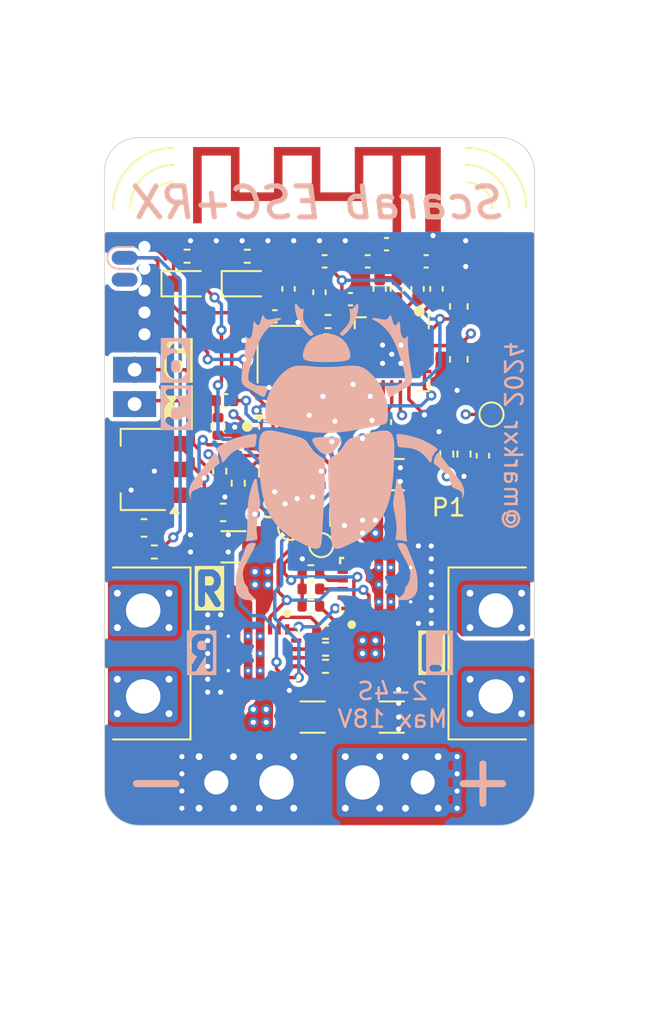
<source format=kicad_pcb>
(kicad_pcb (version 20241229) (generator "pcbnew") (generator_version "9.0")
  (title_block (title "Scarab ESC+RX") (date "2024-02-10"))
  (layers (0 "F.Cu" signal) (4 "In1.Cu" signal) (6 "In2.Cu" signal) (2 "B.Cu" signal) (13 "F.Paste" user) (15 "B.Paste" user) (5 "F.SilkS" user "F.Silkscreen") (7 "B.SilkS" user "B.Silkscreen") (1 "F.Mask" user) (3 "B.Mask" user) (25 "Edge.Cuts" user))
  (net 0 "")
  (net 1 "GND")
  (net 2 "/radio/ANT")
  (net 3 "VBAT")
  (net 4 "/radio/IMPMATCH")
  (net 5 "/radio/RFI")
  (net 6 "/radio/RFO")
  (net 7 "/radio/REGOA")
  (net 8 "/radio/VDA2")
  (net 9 "Net-(U1-XO)")
  (net 10 "Net-(U1-XI)")
  (net 11 "Net-(U1-RSSI)")
  (net 12 "Net-(U1-BPBG)")
  (net 13 "Net-(U1-VT)")
  (net 14 "Net-(C19-Pad1)")
  (net 15 "VLOGIC")
  (net 16 "Net-(U1-VDD_D)")
  (net 17 "TXDEBUG")
  (net 18 "Net-(D1-K)")
  (net 19 "UPDI")
  (net 20 "Net-(D2-K)")
  (net 23 "WEAPON2")
  (net 24 "WEAPON3")
  (net 27 "VSENSE")
  (net 29 "/W2")
  (net 30 "GIO1")
  (net 31 "SPI_SDIO")
  (net 32 "SPI_SCK")
  (net 33 "SPI_SCS")
  (net 35 "MOTOR1R")
  (net 36 "MOTOR2R")
  (net 37 "MOTOR2F")
  (net 38 "BLINKY")
  (net 39 "MOTOR1F")
  (net 40 "/W3")
  (net 42 "Net-(U4-ITRIP)")
  (net 43 "Net-(U5-ITRIP)")
  (net 44 "Net-(U4-SR)")
  (net 45 "Net-(U5-SR)")
  (net 46 "/motor_driver_1_right/MOUT2")
  (net 47 "/motor_driver_1_right/MOUT1")
  (net 48 "/motor_driver_2_left/MOUT2")
  (net 49 "/motor_driver_2_left/MOUT1")
  (net 50 "Net-(U4-IPROPI)")
  (net 51 "Net-(U5-IPROPI)")
  (net 52 "nFAULT")
  (net 53 "nSLEEP")
  (net 56 "Net-(U2-VIN)")
  (footprint "Capacitor_SMD:C_1206_3216Metric" (layer "F.Cu") (at 92.5 73.3 180)
    (property "Reference" "C1" (hide yes))
    (property "Value" "22uF 25V")
  )
  (footprint "Resistor_SMD:R_0402_1005Metric" (layer "F.Cu") (at 105.9 67.9 -90)
    (property "Reference" "R4" (hide yes))
    (property "Value" "10k")
  )
  (footprint "Capacitor_SMD:C_0402_1005Metric_Pad0.74x0.62mm_HandSolder" (layer "F.Cu") (at 95.7 64.4 180)
    (property "Reference" "C14" (hide yes))
    (property "Value" "10pF")
  )
  (footprint "malenki-nano:RXY0014A-MFG" (layer "F.Cu") (at 101 75.5 90)
    (property "Reference" "U5" (hide yes))
    (property "Value" "DRV8243HQRXYRQ1")
  )
  (footprint "Resistor_SMD:R_0402_1005Metric" (layer "F.Cu") (at 93.3 56.4)
    (property "Reference" "R2" (hide yes))
    (property "Value" "1k")
  )
  (footprint "Package_DFN_QFN:VQFN-20-1EP_3x3mm_P0.4mm_EP1.7x1.7mm" (layer "F.Cu") (at 95.6 67.6)
    (property "Reference" "U3" (hide yes))
    (property "Value" "ATTiny1616-MNR")
  )
  (footprint "Capacitor_SMD:C_0402_1005Metric_Pad0.74x0.62mm_HandSolder" (layer "F.Cu") (at 94.9 59.9)
    (property "Reference" "C15" (hide yes))
    (property "Value" "10pF")
  )
  (footprint "malenki-nano:wirepad_2" (layer "F.Cu") (at 86.75 64 -90)
    (property "Reference" "J3" (hide yes))
    (property "Value" "Conn_01x02" (hide yes))
  )
  (footprint "Inductor_SMD:L_0402_1005Metric_Pad0.77x0.64mm_HandSolder" (layer "F.Cu") (at 99.3 58.9 180)
    (property "Reference" "L3" (hide yes))
    (property "Value" "4.7nH")
  )
  (footprint "LED_SMD:LED_0603_1608Metric" (layer "F.Cu") (at 93.3 58)
    (property "Reference" "D2" (hide yes))
    (property "Value" "LED Red")
  )
  (footprint "Capacitor_SMD:C_0402_1005Metric_Pad0.74x0.62mm_HandSolder" (layer "F.Cu") (at 92.7 67.5 90)
    (property "Reference" "C4" (hide yes))
    (property "Value" "100nF")
  )
  (footprint "Resistor_SMD:R_0402_1005Metric" (layer "F.Cu") (at 97.85 78.27)
    (property "Reference" "R9" (hide yes))
    (property "Value" "1k")
  )
  (footprint "Capacitor_SMD:C_0402_1005Metric_Pad0.74x0.62mm_HandSolder" (layer "F.Cu") (at 107 68 -90)
    (property "Reference" "C8" (hide yes))
    (property "Value" "100nF")
  )
  (footprint "Resistor_SMD:R_0402_1005Metric" (layer "F.Cu") (at 97.85 79.25)
    (property "Reference" "R11" (hide yes))
    (property "Value" "DNP")
  )
  (footprint "malenki-nano:beetlemotor" (layer "F.Cu") (at 87.25 77 -90)
    (property "Reference" "J4" (hide yes))
    (property "Value" "Conn_01x02_Male-Connector")
  )
  (footprint "Capacitor_SMD:C_0402_1005Metric_Pad0.74x0.62mm_HandSolder" (layer "F.Cu") (at 103.2 58.3 90)
    (property "Reference" "C17" (hide yes))
    (property "Value" "100nF")
  )
  (footprint "Inductor_SMD:L_0402_1005Metric_Pad0.77x0.64mm_HandSolder" (layer "F.Cu") (at 103.7 56.7)
    (property "Reference" "L2" (hide yes))
    (property "Value" "4.7nH")
  )
  (footprint "Capacitor_SMD:C_1206_3216Metric" (layer "F.Cu") (at 101.7 69.1)
    (property "Reference" "C5" (hide yes))
    (property "Value" "22uF 25V")
  )
  (footprint "Resistor_SMD:R_0402_1005Metric" (layer "F.Cu") (at 92 64.8)
    (property "Reference" "R6" (hide yes))
    (property "Value" "470R")
  )
  (footprint "Capacitor_SMD:C_0402_1005Metric_Pad0.74x0.62mm_HandSolder" (layer "F.Cu") (at 101 58.3 -90)
    (property "Reference" "C11" (hide yes))
    (property "Value" "10pF")
  )
  (footprint "Capacitor_SMD:C_0402_1005Metric_Pad0.74x0.62mm_HandSolder" (layer "F.Cu") (at 104.3 58.3 90)
    (property "Reference" "C16" (hide yes))
    (property "Value" "100nF")
  )
  (footprint "malenki-nano:beetlepower" (layer "F.Cu") (at 100 87 180)
    (property "Reference" "J1" (hide yes))
    (property "Value" "Conn_01x02_Male-Connector")
  )
  (footprint "Resistor_SMD:R_0402_1005Metric" (layer "F.Cu") (at 91.6 66.3 -90)
    (property "Reference" "R8" (hide yes))
    (property "Value" "10k")
  )
  (footprint "Resistor_SMD:R_0402_1005Metric" (layer "F.Cu") (at 97 74.75 180)
    (property "Reference" "R15" (hide yes))
    (property "Value" "R_SLEWRATE DNP")
  )
  (footprint "Inductor_SMD:L_0402_1005Metric_Pad0.77x0.64mm_HandSolder" (layer "F.Cu") (at 101.4 55.7 180)
    (property "Reference" "L1" (hide yes))
    (property "Value" "2.7nH")
  )
  (footprint "TestPoint:TestPoint_Pad_D1.0mm" (layer "F.Cu") (at 95.8 72.2)
    (property "Reference" "TP1" (hide yes))
    (property "Value" "nSLEEP")
  )
  (footprint "Capacitor_SMD:C_0402_1005Metric_Pad0.74x0.62mm_HandSolder" (layer "F.Cu") (at 98 63.75 180)
    (property "Reference" "C22" (hide yes))
    (property "Value" "100nF")
  )
  (footprint "Resistor_SMD:R_0402_1005Metric" (layer "F.Cu") (at 97.85 80.25)
    (property "Reference" "R13" (hide yes))
    (property "Value" "R_SLEWRATE DNP")
  )
  (footprint "Capacitor_SMD:C_0402_1005Metric_Pad0.74x0.62mm_HandSolder" (layer "F.Cu") (at 97.5 58.5 90)
    (property "Reference" "C13" (hide yes))
    (property "Value" "100nF")
  )
  (footprint "Capacitor_SMD:C_0603_1608Metric" (layer "F.Cu") (at 91.9 71.3)
    (property "Reference" "C3" (hide yes))
    (property "Value" "1uF 25V")
  )
  (footprint "Resistor_SMD:R_0402_1005Metric" (layer "F.Cu") (at 97 76.75 180)
    (property "Reference" "R10" (hide yes))
    (property "Value" "1k")
  )
  (footprint "Resistor_SMD:R_0402_1005Metric" (layer "F.Cu") (at 92.775 69.6 -90)
    (property "Reference" "R7" (hide yes))
    (property "Value" "10k")
  )
  (footprint "Capacitor_SMD:C_1206_3216Metric" (layer "F.Cu") (at 101.7 83.2)
    (property "Reference" "C6" (hide yes))
    (property "Value" "22uF 25V")
  )
  (footprint "TestPoint:TestPoint_Pad_D1.0mm" (layer "F.Cu") (at 107.5 65.6)
    (property "Reference" "TP3" (hide yes))
    (property "Value" "3V3")
  )
  (footprint "Capacitor_SMD:C_0603_1608Metric" (layer "F.Cu") (at 87.3 72.2 180)
    (property "Reference" "C2" (hide yes))
    (property "Value" "1uF 25V")
  )
  (footprint "malenki-nano:malenki_antenna" (layer "F.Cu") (at 102 55.2)
    (property "Reference" "AE1" (hide yes))
    (property "Value" "~" (hide yes))
  )
  (footprint "Capacitor_SMD:C_1206_3216Metric" (layer "F.Cu") (at 97.1 83.2 180)
    (property "Reference" "C7" (hide yes))
    (property "Value" "22uF 25V")
  )
  (footprint "Capacitor_SMD:C_0603_1608Metric" (layer "F.Cu") (at 105.6 59.325 90)
    (property "Reference" "C20" (hide yes))
    (property "Value" "2.2uF" (hide yes))
  )
  (footprint "Capacitor_SMD:C_0402_1005Metric_Pad0.74x0.62mm_HandSolder" (layer "F.Cu") (at 97.8 56.7 180)
    (property "Reference" "C12" (hide yes))
    (property "Value" "100nF")
  )
  (footprint "Capacitor_SMD:C_0402_1005Metric_Pad0.74x0.62mm_HandSolder" (layer "F.Cu") (at 101.3 66.05 -90)
    (property "Reference" "C23" (hide yes))
    (property "Value" "100nF")
  )
  (footprint "malenki-nano:beetlemotor" (layer "F.Cu") (at 107.75 82 90)
    (property "Reference" "J5" (hide yes))
    (property "Value" "Conn_01x02_Male-Connector")
  )
  (footprint "Resistor_SMD:R_0402_1005Metric" (layer "F.Cu") (at 98 60.2)
    (property "Reference" "R25" (hide yes))
    (property "Value" "200R")
  )
  (footprint "Resistor_SMD:R_0402_1005Metric" (layer "F.Cu") (at 87.9 73.6 180)
    (property "Reference" "R14" (hide yes))
    (property "Value" "47R")
  )
  (footprint "Capacitor_SMD:C_0603_1608Metric" (layer "F.Cu") (at 105.6 62.4 -90)
    (property "Reference" "C21" (hide yes))
    (property "Value" "2.2uF" (hide yes))
  )
  (footprint "Resistor_SMD:R_0402_1005Metric" (layer "F.Cu") (at 91.7 68.9 90)
    (property "Reference" "R5" (hide yes))
    (property "Value" "470R")
  )
  (footprint "Capacitor_SMD:C_0402_1005Metric_Pad0.74x0.62mm_HandSolder" (layer "F.Cu") (at 102 58.3 -90)
    (property "Reference" "C10" (hide yes))
    (property "Value" "22pF")
  )
  (footprint "Capacitor_SMD:C_0402_1005Metric_Pad0.74x0.62mm_HandSolder" (layer "F.Cu") (at 97.9 61.3)
    (property "Reference" "C18" (hide yes))
    (property "Value" "560pF")
  )
  (footprint "Capacitor_SMD:C_0402_1005Metric_Pad0.74x0.62mm_HandSolder" (layer "F.Cu") (at 100.3 56.7 180)
    (property "Reference" "C9" (hide yes))
    (property "Value" "1pF")
  )
  (footprint "Resistor_SMD:R_0402_1005Metric" (layer "F.Cu") (at 104.9 67.9 90)
    (property "Reference" "R3" (hide yes))
    (property "Value" "100k")
  )
  (footprint "Resistor_SMD:R_0402_1005Metric" (layer "F.Cu") (at 89.8 56.4)
    (property "Reference" "R1" (hide yes))
    (property "Value" "470R")
  )
  (footprint "Capacitor_SMD:C_0402_1005Metric_Pad0.74x0.62mm_HandSolder" (layer "F.Cu") (at 95.7 58.3 90)
    (property "Reference" "C19" (hide yes))
    (property "Value" "10nF")
  )
  (footprint "Crystal:Crystal_SMD_2520-4Pin_2.5x2.0mm" (layer "F.Cu") (at 95.3 62.1 -90)
    (property "Reference" "Y1" (hide yes))
    (property "Value" "16mhz Seiko Epson Q24FA20H0051200" (hide yes))
  )
  (footprint "Package_TO_SOT_SMD:SOT-89-3" (layer "F.Cu") (at 87.3 68.8 180)
    (property "Reference" "U2" (hide yes))
    (property "Value" "AP2205-33Y-13")
  )
  (footprint "Resistor_SMD:R_0402_1005Metric" (layer "F.Cu") (at 97 75.75 180)
    (property "Reference" "R12" (hide yes))
    (property "Value" "DNP")
  )
  (footprint "TestPoint:TestPoint_Pad_D1.0mm" (layer "F.Cu") (at 97.6 73.2)
    (property "Reference" "TP2" (hide yes))
    (property "Value" "nFAULT")
  )
  (footprint "malenki-nano:RXY0014A-MFG" (layer "F.Cu") (at 94 79.5 -90)
    (property "Reference" "U4" (hide yes))
    (property "Value" "DRV8243HQRXYRQ1")
  )
  (footprint "LED_SMD:LED_0603_1608Metric" (layer "F.Cu") (at 89.8 58)
    (property "Reference" "D1" (hide yes))
    (property "Value" "LED Blue")
  )
  (footprint "malenki-nano:a7105-QFN-20" (layer "F.Cu") (at 101.7 62.1 -90)
    (property "Reference" "U1" (hide yes))
    (property "Value" "A7105" (hide yes))
  )
  (footprint "malenki-nano:SOIC_clipProgSmall" (layer "B.Cu") (at 85.4205 58.4 90)
    (property "Reference" "J2" (hide yes))
    (property "Value" "Conn_01x08_Male" (hide yes))
  )
  (gr_line (start 85.5 84.5) (end 90 84.5) (stroke (width 0.12)) (layer "F.SilkS"))
  (gr_arc (start 87.5 53.6) (mid 87.93934 52.53934) (end 89 52.1) (stroke (width 0.12)) (layer "F.SilkS"))
  (gr_line (start 105 84.5) (end 109.5 84.5) (stroke (width 0.12)) (layer "F.SilkS"))
  (gr_line (start 90 84.5) (end 90 74.5) (stroke (width 0.12)) (layer "F.SilkS"))
  (gr_line (start 109.5 74.5) (end 105 74.5) (stroke (width 0.12)) (layer "F.SilkS"))
  (gr_circle (center 93.3 66.3) (end 93.55 66.3) (stroke (width 0.12)) (fill yes) (layer "F.SilkS"))
  (gr_line (start 90 74.5) (end 85.5 74.5) (stroke (width 0.12)) (layer "F.SilkS"))
  (gr_arc (start 106.025126 50.1) (mid 108.5 51.125126) (end 109.525126 53.6) (stroke (width 0.12)) (layer "F.SilkS"))
  (gr_arc (start 85.5 53.6) (mid 86.525126 51.125126) (end 89 50.1) (stroke (width 0.12)) (layer "F.SilkS"))
  (gr_arc (start 86.5 53.6) (mid 87.232233 51.832233) (end 89 51.1) (stroke (width 0.12)) (layer "F.SilkS"))
  (gr_line (start 105 74.5) (end 105 84.5) (stroke (width 0.12)) (layer "F.SilkS"))
  (gr_arc (start 106.025126 51.1) (mid 107.792893 51.832233) (end 108.525126 53.6) (stroke (width 0.12)) (layer "F.SilkS"))
  (gr_circle (center 103.3 59.6) (end 103.55 59.6) (stroke (width 0.12)) (fill yes) (layer "F.SilkS"))
  (gr_arc (start 106.025126 52.1) (mid 107.085786 52.53934) (end 107.525126 53.6) (stroke (width 0.12)) (layer "F.SilkS"))
  (gr_poly (pts (xy 97.914179 66.918242) (xy 98.141884 66.919456) (xy 98.320792 66.923027) (xy 98.457433 66.930038) (xy 98.511944 66.935173) (xy 98.558337 66.941574) (xy 98.597428 66.949378) (xy 98.630033 66.95872) (xy 98.656969 66.969734) (xy 98.679051 66.982558) (xy 98.697096 66.997326) (xy 98.71192 67.014174) (xy 98.72434 67.033237) (xy 98.735171 67.054652) (xy 98.739665 67.065242) (xy 98.741585 67.070414) (xy 98.743279 67.075537) (xy 98.744742 67.080632) (xy 98.745966 67.085724) (xy 98.746948 67.090835) (xy 98.74768 67.09599) (xy 98.748156 67.101212) (xy 98.748372 67.106525) (xy 98.74832 67.111951) (xy 98.747996 67.117514) (xy 98.747392 67.123237) (xy 98.746504 67.129145) (xy 98.745325 67.13526) (xy 98.74385 67.141607) (xy 98.742073 67.148207) (xy 98.739987 67.155086) (xy 98.737587 67.162265) (xy 98.734867 67.16977) (xy 98.728443 67.185846) (xy 98.720669 67.203503) (xy 98.711496 67.222928) (xy 98.700879 67.244308) (xy 98.68877 67.267831) (xy 98.675121 67.293684) (xy 98.652443 67.334034) (xy 98.626825 67.375697) (xy 98.598642 67.41825) (xy 98.568272 67.461272) (xy 98.53609 67.504339) (xy 98.502473 67.547029) (xy 98.467798 67.58892) (xy 98.43244 67.62959) (xy 98.396776 67.668616) (xy 98.361182 67.705577) (xy 98.326035 67.740048) (xy 98.291711 67.771609) (xy 98.258587 67.799836) (xy 98.227038 67.824308) (xy 98.197441 67.844603) (xy 98.170173 67.860297) (xy 98.14587 67.872107) (xy 98.121229 67.882927) (xy 98.096358 67.892739) (xy 98.071364 67.901527) (xy 98.046356 67.909271) (xy 98.021442 67.915954) (xy 97.99673 67.92156) (xy 97.972329 67.92607) (xy 97.948345 67.929467) (xy 97.924887 67.931733) (xy 97.902064 67.93285) (xy 97.879983 67.932801) (xy 97.858753 67.931569) (xy 97.838481 67.929136) (xy 97.819276 67.925484) (xy 97.801245 67.920595) (xy 97.801246 67.920573) (xy 97.78528 67.915162) (xy 97.766957 67.90834) (xy 97.746923 67.900384) (xy 97.725824 67.891571) (xy 97.704307 67.882177) (xy 97.683018 67.872478) (xy 97.662602 67.862751) (xy 97.643706 67.853274) (xy 97.621749 67.840865) (xy 97.598917 67.825966) (xy 97.551095 67.78937) (xy 97.501172 67.744825) (xy 97.45008 67.693669) (xy 97.398752 67.637241) (xy 97.34812 67.57688) (xy 97.299118 67.513924) (xy 97.252676 67.449713) (xy 97.209728 67.385585) (xy 97.171207 67.322878) (xy 97.138043 67.262932) (xy 97.111171 67.207084) (xy 97.091523 67.156675) (xy 97.084698 67.133928) (xy 97.08003 67.113043) (xy 97.077633 67.094186) (xy 97.077625 67.077525) (xy 97.080122 67.063229) (xy 97.085241 67.051462) (xy 97.092273 67.040509) (xy 97.099491 67.030159) (xy 97.106997 67.020397) (xy 97.114896 67.011206) (xy 97.12329 67.002569) (xy 97.132282 66.994469) (xy 97.141976 66.98689) (xy 97.152475 66.979816) (xy 97.163882 66.97323) (xy 97.176301 66.967115) (xy 97.189834 66.961454) (xy 97.204584 66.956232) (xy 97.220655 66.951431) (xy 97.23815 66.947035) (xy 97.257172 66.943028) (xy 97.277825 66.939392) (xy 97.300211 66.936111) (xy 97.324433 66.933169) (xy 97.350596 66.930549) (xy 97.378801 66.928234) (xy 97.409153 66.926208) (xy 97.441754 66.924455) (xy 97.476707 66.922957) (xy 97.514117 66.921698) (xy 97.596715 66.919831) (xy 97.690375 66.918721) (xy 97.795921 66.918235)) (fill yes) (layer "B.SilkS"))
  (gr_poly (pts (xy 96.111362 59.157267) (xy 96.115845 59.157795) (xy 96.12051 59.15882) (xy 96.125356 59.160341) (xy 96.130385 59.162359) (xy 96.135596 59.164876) (xy 96.140991 59.167891) (xy 96.146571 59.171405) (xy 96.152335 59.175419) (xy 96.158285 59.179932) (xy 96.164422 59.184947) (xy 96.170745 59.190462) (xy 96.177256 59.196479) (xy 96.183956 59.202998) (xy 96.190844 59.21002) (xy 96.197923 59.217546) (xy 96.212651 59.234108) (xy 96.228146 59.252689) (xy 96.244414 59.273295) (xy 96.261459 59.295928) (xy 96.279287 59.320593) (xy 96.29953 59.348753) (xy 96.318191 59.373831) (xy 96.33544 59.39593) (xy 96.351449 59.415154) (xy 96.36639 59.431605) (xy 96.380434 59.445388) (xy 96.387173 59.451311) (xy 96.393752 59.456605) (xy 96.400192 59.461283) (xy 96.406516 59.465359) (xy 96.412743 59.468846) (xy 96.418896 59.471755) (xy 96.424997 59.474101) (xy 96.431066 59.475895) (xy 96.437125 59.477151) (xy 96.443196 59.477882) (xy 96.449299 59.478101) (xy 96.455457 59.47782) (xy 96.46169 59.477053) (xy 96.468021 59.475813) (xy 96.47447 59.474111) (xy 96.481059 59.471962) (xy 96.494744 59.466373) (xy 96.509245 59.459147) (xy 96.515088 59.456117) (xy 96.520889 59.453293) (xy 96.526614 59.450684) (xy 96.532226 59.448301) (xy 96.537691 59.446153) (xy 96.542973 59.444249) (xy 96.548038 59.442599) (xy 96.552849 59.441212) (xy 96.557372 59.440099) (xy 96.561571 59.439268) (xy 96.565411 59.43873) (xy 96.568857 59.438493) (xy 96.571874 59.438568) (xy 96.574426 59.438964) (xy 96.576478 59.43969) (xy 96.577306 59.44018) (xy 96.577995 59.440756) (xy 96.578571 59.44169) (xy 96.579061 59.443165) (xy 96.579793 59.447686) (xy 96.580198 59.454203) (xy 96.580286 59.462601) (xy 96.580067 59.472766) (xy 96.579549 59.484582) (xy 96.577657 59.512711) (xy 96.574682 59.546069) (xy 96.570701 59.583737) (xy 96.565787 59.624795) (xy 96.560014 59.668326) (xy 96.55098 59.743464) (xy 96.545467 59.814774) (xy 96.543641 59.882703) (xy 96.54567 59.947697) (xy 96.55172 60.010204) (xy 96.56196 60.07067) (xy 96.576555 60.129543) (xy 96.595673 60.187269) (xy 96.619482 60.244294) (xy 96.648149 60.301067) (xy 96.681839 60.358033) (xy 96.720722 60.415641) (xy 96.764963 60.474335) (xy 96.81473 60.534564) (xy 96.870191 60.596775) (xy 96.931512 60.661413) (xy 96.976024 60.707712) (xy 97.01755 60.75209) (xy 97.055181 60.793493) (xy 97.088008 60.830863) (xy 97.115123 60.863146) (xy 97.135615 60.889284) (xy 97.143094 60.89972) (xy 97.148577 60.908223) (xy 97.15195 60.914662) (xy 97.1531 60.918906) (xy 97.15275 60.922104) (xy 97.151724 60.925605) (xy 97.150058 60.929384) (xy 97.14779 60.933413) (xy 97.144955 60.937665) (xy 97.14159 60.942115) (xy 97.137731 60.946736) (xy 97.133414 60.9515) (xy 97.123555 60.961355) (xy 97.112302 60.971468) (xy 97.099948 60.981626) (xy 97.086784 60.991617) (xy 97.0731 61.001227) (xy 97.059188 61.010246) (xy 97.04534 61.01846) (xy 97.031845 61.025657) (xy 97.018997 61.031625) (xy 97.012906 61.034081) (xy 97.007085 61.036151) (xy 97.001572 61.037806) (xy 96.996402 61.039022) (xy 96.991612 61.03977) (xy 96.987238 61.040026) (xy 96.98565 61.039836) (xy 96.983671 61.039272) (xy 96.978587 61.03706) (xy 96.972078 61.033464) (xy 96.964242 61.028558) (xy 96.955174 61.022418) (xy 96.944968 61.015118) (xy 96.93372 61.006732) (xy 96.921525 60.997335) (xy 96.908478 60.987001) (xy 96.894676 60.975805) (xy 96.865183 60.951124) (xy 96.83381 60.923888) (xy 96.801317 60.894694) (xy 96.801318 60.894695) (xy 96.801319 60.894696) (xy 96.80132 60.894698) (xy 96.80132 60.894699) (xy 96.801322 60.894701) (xy 96.801323 60.894703) (xy 96.801324 60.894705) (xy 96.801325 60.894706) (xy 96.801326 60.894708) (xy 96.801326 60.894709) (xy 96.801327 60.89471) (xy 96.801328 60.894711) (xy 96.801328 60.894713) (xy 96.726488 60.822018) (xy 96.654139 60.743251) (xy 96.584583 60.659046) (xy 96.518123 60.570042) (xy 96.45506 60.476873) (xy 96.395697 60.380176) (xy 96.340336 60.280587) (xy 96.28928 60.178744) (xy 96.24283 60.075282) (xy 96.20129 59.970837) (xy 96.16496 59.866047) (xy 96.134143 59.761546) (xy 96.109142 59.657973) (xy 96.090259 59.555962) (xy 96.077796 59.456151) (xy 96.072055 59.359175) (xy 96.071563 59.323763) (xy 96.071778 59.29005) (xy 96.072648 59.258821) (xy 96.074121 59.230862) (xy 96.076143 59.206958) (xy 96.078663 59.187893) (xy 96.080093 59.180422) (xy 96.081628 59.174454) (xy 96.083261 59.170089) (xy 96.084985 59.167425) (xy 96.088221 59.164494) (xy 96.091634 59.162055) (xy 96.095223 59.160109) (xy 96.098989 59.158656) (xy 96.102934 59.157699) (xy 96.107058 59.157235)) (fill yes) (layer "B.SilkS"))
  (gr_poly (pts (xy 94.204555 59.815392) (xy 94.206582 59.815785) (xy 94.208657 59.8164) (xy 94.210777 59.817235) (xy 94.212942 59.81829) (xy 94.215148 59.819562) (xy 94.217396 59.821051) (xy 94.219683 59.822754) (xy 94.222007 59.824671) (xy 94.224367 59.826799) (xy 94.226762 59.829138) (xy 94.229189 59.831686) (xy 94.231648 59.83444) (xy 94.234136 59.837401) (xy 94.236651 59.840566) (xy 94.239193 59.843934) (xy 94.24176 59.847503) (xy 94.24435 59.851272) (xy 94.24696 59.855239) (xy 94.25224 59.863763) (xy 94.257585 59.873063) (xy 94.262984 59.883127) (xy 94.273125 59.902141) (xy 94.283384 59.920148) (xy 94.293794 59.937157) (xy 94.304389 59.953179) (xy 94.315202 59.968222) (xy 94.326269 59.982298) (xy 94.337622 59.995414) (xy 94.349295 60.007581) (xy 94.361322 60.018809) (xy 94.373737 60.029106) (xy 94.386574 60.038484) (xy 94.399867 60.046951) (xy 94.413649 60.054516) (xy 94.427955 60.061191) (xy 94.442818 60.066984) (xy 94.458272 60.071904) (xy 94.474351 60.075963) (xy 94.491089 60.079168) (xy 94.50852 60.08153) (xy 94.526677 60.083059) (xy 94.545594 60.083764) (xy 94.565305 60.083655) (xy 94.585845 60.082741) (xy 94.607246 60.081032) (xy 94.629543 60.078537) (xy 94.652769 60.075267) (xy 94.676959 60.071231) (xy 94.702146 60.066438) (xy 94.728364 60.060899) (xy 94.755647 60.054622) (xy 94.813543 60.039896) (xy 94.846074 60.031806) (xy 94.880034 60.02457) (xy 94.915031 60.018204) (xy 94.950674 60.012722) (xy 94.986574 60.00814) (xy 95.022339 60.004474) (xy 95.057581 60.001738) (xy 95.091907 59.999948) (xy 95.124927 59.999119) (xy 95.156252 59.999266) (xy 95.18549 60.000405) (xy 95.212251 60.00255) (xy 95.236145 60.005718) (xy 95.256781 60.009923) (xy 95.27377 60.01518) (xy 95.286719 60.021506) (xy 95.288919 60.023019) (xy 95.290819 60.024577) (xy 95.292416 60.026181) (xy 95.29371 60.027832) (xy 95.2947 60.02953) (xy 95.295385 60.031278) (xy 95.295762 60.033076) (xy 95.295832 60.034925) (xy 95.295594 60.036825) (xy 95.295045 60.038779) (xy 95.294184 60.040787) (xy 95.293011 60.04285) (xy 95.291525 60.044968) (xy 95.289724 60.047144) (xy 95.287607 60.049378) (xy 95.285173 60.051671) (xy 95.282421 60.054024) (xy 95.279349 60.056438) (xy 95.275957 60.058914) (xy 95.272243 60.061453) (xy 95.268206 60.064056) (xy 95.263845 60.066724) (xy 95.259159 60.069459) (xy 95.254147 60.07226) (xy 95.248807 60.07513) (xy 95.243138 60.078068) (xy 95.23714 60.081077) (xy 95.23081 60.084157) (xy 95.217154 60.090534) (xy 95.202159 60.097208) (xy 95.162054 60.115368) (xy 95.121995 60.134823) (xy 95.08198 60.155574) (xy 95.042006 60.177625) (xy 95.002069 60.200976) (xy 94.962167 60.225631) (xy 94.922298 60.25159) (xy 94.882458 60.278856) (xy 94.842644 60.307431) (xy 94.802854 60.337317) (xy 94.763085 60.368516) (xy 94.723334 60.401029) (xy 94.683598 60.434859) (xy 94.643874 60.470009) (xy 94.604159 60.506479) (xy 94.564452 60.544272) (xy 94.487037 60.621915) (xy 94.414095 60.700934) (xy 94.345076 60.782435) (xy 94.27943 60.86752) (xy 94.216605 60.957293) (xy 94.156052 61.05286) (xy 94.097219 61.155323) (xy 94.039557 61.265787) (xy 93.982514 61.385356) (xy 93.925541 61.515133) (xy 93.868086 61.656224) (xy 93.8096 61.809731) (xy 93.749531 61.976759) (xy 93.687329 62.158412) (xy 93.622444 62.355794) (xy 93.554325 62.570009) (xy 93.500332 62.743895) (xy 93.45745 62.886603) (xy 93.424444 63.003439) (xy 93.400076 63.099709) (xy 93.383109 63.18072) (xy 93.372305 63.251776) (xy 93.366429 63.318185) (xy 93.364242 63.385252) (xy 93.363899 63.452718) (xy 93.364223 63.480994) (xy 93.364997 63.506095) (xy 93.366311 63.528366) (xy 93.368256 63.548154) (xy 93.370922 63.565805) (xy 93.374398 63.581666) (xy 93.378774 63.596082) (xy 93.384141 63.609401) (xy 93.390588 63.621969) (xy 93.398205 63.634132) (xy 93.407084 63.646236) (xy 93.417312 63.658628) (xy 93.428982 63.671653) (xy 93.442182 63.68566) (xy 93.45126 63.694609) (xy 93.46185 63.704115) (xy 93.47382 63.714092) (xy 93.48704 63.724457) (xy 93.501381 63.735127) (xy 93.516712 63.746017) (xy 93.532903 63.757045) (xy 93.549825 63.768125) (xy 93.567346 63.779175) (xy 93.585338 63.790111) (xy 93.603669 63.800848) (xy 93.62221 63.811303) (xy 93.640831 63.821393) (xy 93.659402 63.831034) (xy 93.677792 63.840141) (xy 93.695871 63.848631) (xy 93.723044 63.860794) (xy 93.748712 63.871723) (xy 93.773301 63.881495) (xy 93.797237 63.89019) (xy 93.820945 63.897885) (xy 93.844852 63.904659) (xy 93.869382 63.91059) (xy 93.894962 63.915756) (xy 93.922016 63.920235) (xy 93.950972 63.924106) (xy 93.982253 63.927447) (xy 94.016287 63.930335) (xy 94.053498 63.93285) (xy 94.094312 63.935069) (xy 94.188453 63.938933) (xy 94.272406 63.942465) (xy 94.342025 63.946445) (xy 94.398463 63.951068) (xy 94.442869 63.956527) (xy 94.46092 63.959632) (xy 94.476395 63.963019) (xy 94.489437 63.966713) (xy 94.500191 63.970738) (xy 94.5088 63.975118) (xy 94.515409 63.979878) (xy 94.52016 63.985041) (xy 94.523199 63.990633) (xy 94.52388 63.992959) (xy 94.524333 63.995744) (xy 94.52457 64.002635) (xy 94.523946 64.011187) (xy 94.522497 64.021283) (xy 94.520258 64.032807) (xy 94.517263 64.045639) (xy 94.51355 64.059662) (xy 94.509152 64.074759) (xy 94.504106 64.090813) (xy 94.498446 64.107705) (xy 94.492209 64.125317) (xy 94.48543 64.143534) (xy 94.478144 64.162236) (xy 94.470386 64.181306) (xy 94.462193 64.200626) (xy 94.453599 64.22008) (xy 94.418459 64.300095) (xy 94.385739 64.378326) (xy 94.359094 64.445799) (xy 94.349192 64.472697) (xy 94.34218 64.49354) (xy 94.337923 64.506392) (xy 94.333401 64.518298) (xy 94.328571 64.529251) (xy 94.323392 64.539242) (xy 94.317823 64.548261) (xy 94.311823 64.5563) (xy 94.305351 64.56335) (xy 94.298365 64.569403) (xy 94.294666 64.572052) (xy 94.290824 64.574449) (xy 94.286832 64.576591) (xy 94.282686 64.578479) (xy 94.278381 64.580111) (xy 94.273911 64.581485) (xy 94.269272 64.582602) (xy 94.264457 64.583459) (xy 94.254283 64.58439) (xy 94.243348 64.58427) (xy 94.23161 64.583091) (xy 94.219028 64.580844) (xy 94.205561 64.577519) (xy 94.191167 64.573108) (xy 94.175806 64.567603) (xy 94.159435 64.560994) (xy 94.142014 64.553272) (xy 94.123502 64.544429) (xy 94.103857 64.534455) (xy 94.083038 64.523343) (xy 94.061003 64.511083) (xy 94.037712 64.497666) (xy 94.013122 64.483084) (xy 93.987194 64.467328) (xy 93.931154 64.432256) (xy 93.869263 64.392382) (xy 93.869242 64.391882) (xy 93.803775 64.349762) (xy 93.736549 64.307486) (xy 93.604465 64.227021) (xy 93.543429 64.191109) (xy 93.488278 64.159595) (xy 93.440925 64.13362) (xy 93.40328 64.114321) (xy 93.363319 64.09457) (xy 93.326051 64.075329) (xy 93.291337 64.056486) (xy 93.259041 64.037931) (xy 93.229026 64.019553) (xy 93.201153 64.001243) (xy 93.175287 63.982888) (xy 93.15129 63.96438) (xy 93.129024 63.945606) (xy 93.108352 63.926457) (xy 93.089138 63.906822) (xy 93.071243 63.88659) (xy 93.054532 63.865651) (xy 93.038866 63.843894) (xy 93.024108 63.821208) (xy 93.010121 63.797484) (xy 93.000014 63.779108) (xy 92.991084 63.761831) (xy 92.98328 63.745255) (xy 92.976552 63.728982) (xy 92.970849 63.712613) (xy 92.966121 63.695751) (xy 92.962318 63.677997) (xy 92.959388 63.658953) (xy 92.957283 63.638222) (xy 92.955951 63.615405) (xy 92.955343 63.590104) (xy 92.955407 63.561921) (xy 92.956093 63.530457) (xy 92.957351 63.495316) (xy 92.961381 63.412405) (xy 92.966081 63.346759) (xy 92.973901 63.264385) (xy 92.984424 63.1686) (xy 92.997232 63.062715) (xy 93.028035 62.833905) (xy 93.045194 62.717606) (xy 93.062968 62.604464) (xy 93.099248 62.370056) (xy 93.129643 62.150155) (xy 93.154049 61.945991) (xy 93.17236 61.758796) (xy 93.184471 61.589798) (xy 93.190277 61.44023) (xy 93.189673 61.311321) (xy 93.182553 61.204302) (xy 93.162082 61.016215) (xy 93.255912 61.098612) (xy 93.27718 61.116559) (xy 93.297482 61.132177) (xy 93.316868 61.145469) (xy 93.326232 61.151243) (xy 93.335385 61.156436) (xy 93.344333 61.161048) (xy 93.353083 61.165081) (xy 93.36164 61.168533) (xy 93.370011 61.171407) (xy 93.378201 61.1737) (xy 93.386217 61.175415) (xy 93.394064 61.176551) (xy 93.40175 61.177109) (xy 93.409279 61.177088) (xy 93.416659 61.17649) (xy 93.423895 61.175314) (xy 93.430992 61.173561) (xy 93.437959 61.171231) (xy 93.444799 61.168324) (xy 93.451521 61.164841) (xy 93.458129 61.160782) (xy 93.464629 61.156147) (xy 93.471029 61.150937) (xy 93.477333 61.145151) (xy 93.483549 61.138791) (xy 93.489681 61.131856) (xy 93.495737 61.124347) (xy 93.501722 61.116264) (xy 93.507642 61.107607) (xy 93.519196 61.08781) (xy 93.530586 61.064092) (xy 93.541739 61.036808) (xy 93.55258 61.006314) (xy 93.563034 60.972963) (xy 93.573027 60.93711) (xy 93.582485 60.899111) (xy 93.591333 60.859321) (xy 93.599496 60.818094) (xy 93.6069 60.775785) (xy 93.613471 60.732749) (xy 93.619134 60.689341) (xy 93.623814 60.645916) (xy 93.627437 60.602829) (xy 93.629928 60.560434) (xy 93.631214 60.519087) (xy 93.632475 60.48315) (xy 93.635027 60.445817) (xy 93.638715 60.408177) (xy 93.643385 60.371321) (xy 93.648883 60.336338) (xy 93.655055 60.304318) (xy 93.661746 60.276351) (xy 93.665239 60.264228) (xy 93.668804 60.253527) (xy 93.703663 60.157126) (xy 93.767844 60.260966) (xy 93.783555 60.285397) (xy 93.799132 60.307654) (xy 93.814548 60.327722) (xy 93.82978 60.345587) (xy 93.844803 60.361235) (xy 93.852228 60.368224) (xy 93.859591 60.374654) (xy 93.866889 60.380523) (xy 93.87412 60.385829) (xy 93.881279 60.390571) (xy 93.888365 60.394746) (xy 93.895373 60.398354) (xy 93.902301 60.401392) (xy 93.909145 60.403859) (xy 93.915903 60.405753) (xy 93.922571 60.407072) (xy 93.929146 60.407814) (xy 93.935626 60.407979) (xy 93.942006 60.407563) (xy 93.948285 60.406566) (xy 93.954458 60.404986) (xy 93.960523 60.402821) (xy 93.966477 60.400069) (xy 93.972316 60.396728) (xy 93.978037 60.392797) (xy 93.983638 60.388274) (xy 93.989114 60.383158) (xy 93.993816 60.377525) (xy 93.999057 60.369537) (xy 94.004781 60.359343) (xy 94.010932 60.347092) (xy 94.017455 60.332931) (xy 94.024293 60.31701) (xy 94.031392 60.299477) (xy 94.038696 60.280481) (xy 94.053693 60.238694) (xy 94.068839 60.192839) (xy 94.083688 60.144103) (xy 94.097794 60.093676) (xy 94.111569 60.043582) (xy 94.125468 59.995801) (xy 94.139112 59.951453) (xy 94.152121 59.911658) (xy 94.164118 59.877537) (xy 94.174721 59.850211) (xy 94.183553 59.8308) (xy 94.187186 59.824413) (xy 94.190233 59.820425) (xy 94.191824 59.818987) (xy 94.193475 59.817784) (xy 94.195184 59.816812) (xy 94.196951 59.816072) (xy 94.198773 59.815561) (xy 94.200649 59.815279) (xy 94.202577 59.815223)) (fill yes) (layer "B.SilkS"))
  (gr_poly (pts (xy 94.645709 66.536832) (xy 94.718073 66.541932) (xy 94.796332 66.550327) (xy 94.880763 66.56204) (xy 94.97164 66.577096) (xy 95.069237 66.59552) (xy 95.173828 66.617337) (xy 95.285689 66.642572) (xy 95.405093 66.671249) (xy 95.532315 66.703394) (xy 95.901918 66.799582) (xy 96.183504 66.877442) (xy 96.296403 66.912161) (xy 96.393432 66.945492) (xy 96.476638 66.978499) (xy 96.548063 67.012248) (xy 96.609755 67.047803) (xy 96.663757 67.086229) (xy 96.712116 67.128591) (xy 96.756874 67.175952) (xy 96.800079 67.229379) (xy 96.843774 67.289934) (xy 96.940817 67.436693) (xy 96.977083 67.491913) (xy 97.011632 67.542845) (xy 97.044889 67.589907) (xy 97.077276 67.633516) (xy 97.109219 67.674091) (xy 97.14114 67.71205) (xy 97.173464 67.74781) (xy 97.206615 67.78179) (xy 97.241016 67.814406) (xy 97.277092 67.846078) (xy 97.315267 67.877223) (xy 97.355964 67.908259) (xy 97.399606 67.939603) (xy 97.44662 67.971674) (xy 97.497427 68.004889) (xy 97.552452 68.039667) (xy 97.596223 68.067671) (xy 97.637872 68.095686) (xy 97.676429 68.122964) (xy 97.710925 68.148757) (xy 97.740388 68.172319) (xy 97.763851 68.192901) (xy 97.773028 68.201841) (xy 97.780342 68.209756) (xy 97.78567 68.216552) (xy 97.788892 68.222136) (xy 97.799627 68.262394) (xy 97.808343 68.327775) (xy 97.815063 68.417115) (xy 97.81981 68.529251) (xy 97.823473 68.817264) (xy 97.819512 69.18251) (xy 97.808106 69.615689) (xy 97.789432 70.1075) (xy 97.763671 70.648639) (xy 97.731002 71.229807) (xy 97.693647 71.871746) (xy 97.661122 72.46514) (xy 97.64912 72.676071) (xy 97.636666 72.848372) (xy 97.622889 72.986906) (xy 97.615231 73.045028) (xy 97.606916 73.096532) (xy 97.597834 73.142024) (xy 97.587875 73.182113) (xy 97.576932 73.217405) (xy 97.564895 73.248509) (xy 97.551655 73.276032) (xy 97.537102 73.300581) (xy 97.521129 73.322765) (xy 97.503625 73.343191) (xy 97.496193 73.350766) (xy 97.488336 73.357909) (xy 97.480058 73.364621) (xy 97.471359 73.370901) (xy 97.462245 73.376749) (xy 97.452716 73.382165) (xy 97.442776 73.387149) (xy 97.432428 73.3917) (xy 97.421674 73.395819) (xy 97.410516 73.399505) (xy 97.398959 73.402758) (xy 97.387003 73.405579) (xy 97.374653 73.407966) (xy 97.36191 73.409919) (xy 97.348778 73.41144) (xy 97.335259 73.412526) (xy 97.307071 73.413397) (xy 97.277368 73.412531) (xy 97.246171 73.409927) (xy 97.213502 73.405583) (xy 97.179383 73.399499) (xy 97.143836 73.391672) (xy 97.106881 73.382102) (xy 97.068541 73.370787) (xy 97.068542 73.370798) (xy 97.068544 73.370809) (xy 97.068545 73.37082) (xy 97.068547 73.370829) (xy 97.028431 73.356849) (xy 96.97772 73.336811) (xy 96.84996 73.281265) (xy 96.696159 73.209603) (xy 96.527208 73.127237) (xy 96.353999 73.03958) (xy 96.187423 72.952045) (xy 96.038371 72.870045) (xy 95.917735 72.798991) (xy 95.720718 72.669568) (xy 95.535803 72.533095) (xy 95.447808 72.462086) (xy 95.362748 72.38916) (xy 95.280594 72.314264) (xy 95.201314 72.237349) (xy 95.12488 72.158361) (xy 95.05126 72.077251) (xy 94.980426 71.993965) (xy 94.912347 71.908453) (xy 94.846992 71.820663) (xy 94.784333 71.730543) (xy 94.724338 71.638042) (xy 94.666978 71.543109) (xy 94.612223 71.445692) (xy 94.560043 71.345739) (xy 94.510407 71.243199) (xy 94.463287 71.13802) (xy 94.41865 71.030151) (xy 94.376469 70.91954) (xy 94.299349 70.689887) (xy 94.231688 70.448648) (xy 94.173244 70.195412) (xy 94.123778 69.929766) (xy 94.083049 69.651297) (xy 94.054954 69.379923) (xy 94.029618 69.040265) (xy 94.008051 68.660279) (xy 93.991262 68.267919) (xy 93.980263 67.891141) (xy 93.976062 67.557901) (xy 93.979671 67.296155) (xy 93.984719 67.200827) (xy 93.992099 67.133856) (xy 94.001572 67.081673) (xy 94.012236 67.031842) (xy 94.024082 66.984381) (xy 94.0371 66.939307) (xy 94.051279 66.89664) (xy 94.066612 66.856397) (xy 94.083087 66.818596) (xy 94.100696 66.783256) (xy 94.119429 66.750394) (xy 94.139276 66.720028) (xy 94.160227 66.692176) (xy 94.182273 66.666857) (xy 94.205404 66.644088) (xy 94.229611 66.623888) (xy 94.254884 66.606274) (xy 94.281214 66.591265) (xy 94.319987 66.574005) (xy 94.362735 66.559865) (xy 94.409733 66.548869) (xy 94.461254 66.541043) (xy 94.517575 66.536412) (xy 94.578968 66.535)) (fill yes) (layer "B.SilkS"))
  (gr_poly (pts (xy 93.818694 69.331671) (xy 93.82976 69.340242) (xy 93.839998 69.353647) (xy 93.841879 69.358152) (xy 93.844125 69.366061) (xy 93.849597 69.391328) (xy 93.856179 69.427917) (xy 93.863635 69.474299) (xy 93.871728 69.528942) (xy 93.880224 69.590317) (xy 93.888886 69.656893) (xy 93.897478 69.727141) (xy 93.917938 69.885229) (xy 93.943244 70.059145) (xy 93.97018 70.227791) (xy 93.995528 70.37007) (xy 94.019704 70.500138) (xy 94.029051 70.556201) (xy 94.036526 70.607799) (xy 94.042093 70.656067) (xy 94.045719 70.702142) (xy 94.047369 70.747158) (xy 94.047008 70.792253) (xy 94.044603 70.838561) (xy 94.040118 70.887219) (xy 94.033521 70.939363) (xy 94.024775 70.996128) (xy 94.013848 71.058651) (xy 94.000703 71.128068) (xy 93.967628 71.292124) (xy 93.925574 71.503854) (xy 93.892476 71.688305) (xy 93.867904 71.850131) (xy 93.85143 71.993987) (xy 93.842625 72.124529) (xy 93.84106 72.246412) (xy 93.846307 72.364291) (xy 93.857935 72.482821) (xy 93.876306 72.629581) (xy 93.888525 72.736662) (xy 93.89151 72.777366) (xy 93.891974 72.810603) (xy 93.88959 72.83719) (xy 93.887227 72.848245) (xy 93.88403 72.857945) (xy 93.879957 72.86639) (xy 93.874968 72.873685) (xy 93.869021 72.879929) (xy 93.862075 72.885227) (xy 93.85409 72.88968) (xy 93.845024 72.89339) (xy 93.823488 72.89899) (xy 93.797138 72.902846) (xy 93.765648 72.905774) (xy 93.685936 72.912119) (xy 93.641834 72.916603) (xy 93.597563 72.921964) (xy 93.554315 72.928004) (xy 93.513284 72.934523) (xy 93.475663 72.941323) (xy 93.442642 72.948205) (xy 93.415416 72.954969) (xy 93.395177 72.961417) (xy 93.381372 72.966327) (xy 93.366718 72.970913) (xy 93.351453 72.975145) (xy 93.335819 72.978992) (xy 93.320056 72.982427) (xy 93.304404 72.985419) (xy 93.289103 72.987939) (xy 93.274394 72.989957) (xy 93.260516 72.991444) (xy 93.247711 72.992371) (xy 93.236218 72.992708) (xy 93.226278 72.992426) (xy 93.218131 72.991495) (xy 93.212018 72.989886) (xy 93.209799 72.988817) (xy 93.208178 72.987569) (xy 93.207186 72.986136) (xy 93.206854 72.984526) (xy 93.20782 72.978766) (xy 93.21058 72.965063) (xy 93.220707 72.91741) (xy 93.235691 72.848704) (xy 93.253984 72.766081) (xy 93.260661 72.734118) (xy 93.266745 72.700541) (xy 93.272266 72.664796) (xy 93.27725 72.626332) (xy 93.281725 72.584594) (xy 93.285721 72.539031) (xy 93.292384 72.434214) (xy 93.297462 72.307458) (xy 93.30118 72.15434) (xy 93.303763 71.970436) (xy 93.305434 71.751322) (xy 93.309951 71.354274) (xy 93.313992 71.194107) (xy 93.319442 71.054879) (xy 93.326469 70.933119) (xy 93.335239 70.825353) (xy 93.345918 70.728106) (xy 93.358674 70.637907) (xy 93.383049 70.494047) (xy 93.410117 70.353514) (xy 93.439463 70.21741) (xy 93.470674 70.086841) (xy 93.503336 69.96291) (xy 93.537034 69.846722) (xy 93.571356 69.739382) (xy 93.605887 69.641993) (xy 93.640213 69.55566) (xy 93.673921 69.481487) (xy 93.706596 69.420578) (xy 93.737825 69.374038) (xy 93.767193 69.342971) (xy 93.78105 69.333584) (xy 93.794287 69.32848) (xy 93.806852 69.327796)) (fill yes) (layer "B.SilkS"))
  (gr_poly (pts (xy 96.541785 62.764076) (xy 96.681247 62.771648) (xy 96.832933 62.784237) (xy 96.998078 62.801501) (xy 97.192453 62.818957) (xy 97.416528 62.831425) (xy 97.660403 62.838907) (xy 97.914179 62.8414) (xy 98.167955 62.838907) (xy 98.41183 62.831425) (xy 98.635905 62.818957) (xy 98.830279 62.801501) (xy 98.995451 62.784236) (xy 99.147175 62.77165) (xy 99.28668 62.764085) (xy 99.415198 62.761881) (xy 99.533956 62.76538) (xy 99.644187 62.774922) (xy 99.747119 62.790849) (xy 99.843982 62.813502) (xy 99.936007 62.843221) (xy 100.024423 62.880348) (xy 100.110461 62.925224) (xy 100.195349 62.978189) (xy 100.280319 63.039586) (xy 100.3666 63.109755) (xy 100.455422 63.189037) (xy 100.548014 63.277773) (xy 100.621797 63.353252) (xy 100.693116 63.431711) (xy 100.761916 63.513053) (xy 100.828145 63.597181) (xy 100.891746 63.683999) (xy 100.952666 63.773412) (xy 101.010849 63.865321) (xy 101.066243 63.959633) (xy 101.118791 64.056249) (xy 101.16844 64.155073) (xy 101.215135 64.25601) (xy 101.258822 64.358962) (xy 101.299446 64.463834) (xy 101.336952 64.57053) (xy 101.371287 64.678951) (xy 101.402395 64.789004) (xy 101.422853 64.869386) (xy 101.431498 64.906718) (xy 101.439166 64.9429) (xy 101.445917 64.978499) (xy 101.45181 65.014082) (xy 101.456907 65.050215) (xy 101.461266 65.087465) (xy 101.464947 65.126399) (xy 101.46801 65.167584) (xy 101.472523 65.258974) (xy 101.475281 65.366169) (xy 101.476764 65.493704) (xy 101.476526 65.659082) (xy 101.47501 65.729246) (xy 101.472356 65.791816) (xy 101.468407 65.84736) (xy 101.463008 65.896445) (xy 101.456004 65.939641) (xy 101.447238 65.977513) (xy 101.436556 66.010629) (xy 101.423801 66.039558) (xy 101.408818 66.064867) (xy 101.391451 66.087124) (xy 101.371544 66.106895) (xy 101.348942 66.124749) (xy 101.32349 66.141254) (xy 101.295031 66.156977) (xy 101.262016 66.169203) (xy 101.202688 66.18598) (xy 101.017026 66.230788) (xy 100.761911 66.286596) (xy 100.461209 66.348602) (xy 100.138783 66.412001) (xy 99.8185 66.471989) (xy 99.524225 66.523762) (xy 99.279822 66.562517) (xy 99 66.6) (xy 98.731248 66.629632) (xy 98.471791 66.651488) (xy 98.219852 66.665641) (xy 97.973656 66.672166) (xy 97.731426 66.671137) (xy 97.491387 66.662629) (xy 97.251764 66.646715) (xy 97.251764 66.646703) (xy 97.251765 66.64669) (xy 97.251767 66.646662) (xy 96.958214 66.614528) (xy 96.582383 66.561647) (xy 96.158805 66.494237) (xy 95.722013 66.41852) (xy 95.306537 66.340715) (xy 94.946909 66.267043) (xy 94.677661 66.203722) (xy 94.58772 66.177887) (xy 94.533322 66.156973) (xy 94.521059 66.150343) (xy 94.509304 66.143392) (xy 94.498048 66.136091) (xy 94.487279 66.128411) (xy 94.476987 66.120324) (xy 94.467161 66.111801) (xy 94.45779 66.102815) (xy 94.448864 66.093336) (xy 94.440372 66.083336) (xy 94.432303 66.072786) (xy 94.424647 66.061659) (xy 94.417392 66.049925) (xy 94.410528 66.037557) (xy 94.404045 66.024525) (xy 94.397931 66.010801) (xy 94.392176 65.996357) (xy 94.386769 65.981164) (xy 94.3817 65.965194) (xy 94.376957 65.948419) (xy 94.372531 65.930809) (xy 94.368409 65.912336) (xy 94.364583 65.892972) (xy 94.36104 65.872688) (xy 94.35777 65.851457) (xy 94.352007 65.806035) (xy 94.347208 65.756479) (xy 94.343286 65.702561) (xy 94.340158 65.644053) (xy 94.33744 65.482704) (xy 94.343772 65.320993) (xy 94.358969 65.159382) (xy 94.382849 64.998334) (xy 94.415227 64.83831) (xy 94.455921 64.679772) (xy 94.504746 64.523182) (xy 94.56152 64.369003) (xy 94.626058 64.217695) (xy 94.698178 64.069722) (xy 94.777696 63.925545) (xy 94.864428 63.785626) (xy 94.958191 63.650428) (xy 95.058801 63.520411) (xy 95.166075 63.396039) (xy 95.27983 63.277773) (xy 95.37265 63.189005) (xy 95.461654 63.1097) (xy 95.548077 63.039516) (xy 95.590707 63.007737) (xy 95.633153 62.97811) (xy 95.675571 62.950592) (xy 95.718116 62.925141) (xy 95.76094 62.901714) (xy 95.804198 62.880267) (xy 95.848045 62.860759) (xy 95.892635 62.843146) (xy 95.938122 62.827386) (xy 95.98466 62.813436) (xy 96.032403 62.801253) (xy 96.081506 62.790794) (xy 96.132123 62.782017) (xy 96.184408 62.774879) (xy 96.238515 62.769338) (xy 96.294599 62.765349) (xy 96.413313 62.761862)) (fill yes) (layer "B.SilkS"))
  (gr_poly (pts (xy 93.686887 73.076568) (xy 93.705533 73.077155) (xy 93.722082 73.078042) (xy 93.736647 73.079267) (xy 93.749343 73.080866) (xy 93.760285 73.082879) (xy 93.769588 73.085341) (xy 93.777367 73.088291) (xy 93.783736 73.091766) (xy 93.78881 73.095803) (xy 93.790898 73.098045) (xy 93.792704 73.100441) (xy 93.795533 73.105717) (xy 93.797412 73.111668) (xy 93.798455 73.118332) (xy 93.798777 73.125746) (xy 93.796516 73.140852) (xy 93.789843 73.163444) (xy 93.778926 73.193185) (xy 93.763933 73.229737) (xy 93.722387 73.321926) (xy 93.666546 73.437309) (xy 93.597749 73.573186) (xy 93.517337 73.726858) (xy 93.42665 73.895624) (xy 93.327027 74.076784) (xy 93.281244 74.160367) (xy 93.240012 74.238366) (xy 93.203188 74.311294) (xy 93.17063 74.379662) (xy 93.142195 74.443981) (xy 93.117739 74.504764) (xy 93.097121 74.562521) (xy 93.080196 74.617765) (xy 93.066823 74.671007) (xy 93.056857 74.722758) (xy 93.050157 74.773531) (xy 93.04658 74.823836) (xy 93.045982 74.874185) (xy 93.048221 74.925091) (xy 93.053154 74.977063) (xy 93.060637 75.030615) (xy 93.078562 75.136558) (xy 93.096067 75.225163) (xy 93.104963 75.263795) (xy 93.114117 75.29909) (xy 93.123648 75.331379) (xy 93.133678 75.360995) (xy 93.144328 75.38827) (xy 93.155717 75.413536) (xy 93.167967 75.437126) (xy 93.181199 75.459371) (xy 93.195533 75.480604) (xy 93.21109 75.501157) (xy 93.227991 75.521362) (xy 93.246356 75.541552) (xy 93.258585 75.554885) (xy 93.269992 75.568107) (xy 93.280603 75.581272) (xy 93.290444 75.594432) (xy 93.299541 75.607642) (xy 93.30792 75.620955) (xy 93.315608 75.634425) (xy 93.32263 75.648106) (xy 93.329013 75.662051) (xy 93.334782 75.676313) (xy 93.339964 75.690947) (xy 93.344585 75.706006) (xy 93.348671 75.721543) (xy 93.352248 75.737613) (xy 93.355342 75.754268) (xy 93.357979 75.771563) (xy 93.363013 75.803184) (xy 93.369329 75.833601) (xy 93.377021 75.862959) (xy 93.386182 75.891402) (xy 93.396907 75.919074) (xy 93.409289 75.946118) (xy 93.42342 75.972679) (xy 93.439395 75.998902) (xy 93.457307 76.02493) (xy 93.47725 76.050907) (xy 93.499316 76.076978) (xy 93.523599 76.103287) (xy 93.550194 76.129978) (xy 93.579193 76.157194) (xy 93.610689 76.185081) (xy 93.644777 76.213782) (xy 93.660478 76.22693) (xy 93.675436 76.239888) (xy 93.689588 76.25258) (xy 93.70287 76.264934) (xy 93.715217 76.276874) (xy 93.726566 76.288327) (xy 93.736851 76.299218) (xy 93.746009 76.309473) (xy 93.753975 76.319019) (xy 93.760686 76.327781) (xy 93.766077 76.335685) (xy 93.770083 76.342657) (xy 93.772641 76.348623) (xy 93.773357 76.351206) (xy 93.773687 76.353509) (xy 93.773622 76.355524) (xy 93.773156 76.35724) (xy 93.772279 76.35865) (xy 93.770983 76.359743) (xy 93.766733 76.361663) (xy 93.760093 76.363661) (xy 93.751207 76.36572) (xy 93.740214 76.367827) (xy 93.712477 76.372117) (xy 93.67801 76.376406) (xy 93.637945 76.380569) (xy 93.593411 76.38448) (xy 93.545539 76.388015) (xy 93.495459 76.391047) (xy 93.427137 76.39407) (xy 93.367742 76.395143) (xy 93.340835 76.394893) (xy 93.315493 76.394089) (xy 93.291493 76.392707) (xy 93.268614 76.390727) (xy 93.246632 76.388126) (xy 93.225326 76.384881) (xy 93.204473 76.38097) (xy 93.183852 76.376371) (xy 93.163239 76.371061) (xy 93.142413 76.365018) (xy 93.099232 76.350645) (xy 93.099227 76.350642) (xy 93.065117 76.337501) (xy 93.032192 76.32294) (xy 93.000451 76.306957) (xy 92.969889 76.289549) (xy 92.940505 76.270715) (xy 92.912296 76.250451) (xy 92.88526 76.228756) (xy 92.859394 76.205627) (xy 92.834695 76.181062) (xy 92.811161 76.15506) (xy 92.78879 76.127617) (xy 92.767578 76.098732) (xy 92.747524 76.068402) (xy 92.728624 76.036625) (xy 92.710876 76.003399) (xy 92.694278 75.968722) (xy 92.683761 75.944951) (xy 92.674434 75.922449) (xy 92.666232 75.900611) (xy 92.659086 75.878831) (xy 92.65293 75.856505) (xy 92.647696 75.833026) (xy 92.643318 75.807788) (xy 92.639727 75.780187) (xy 92.636857 75.749617) (xy 92.634641 75.715473) (xy 92.633012 75.677148) (xy 92.631901 75.634038) (xy 92.631243 75.585537) (xy 92.63097 75.531039) (xy 92.631308 75.401633) (xy 92.632564 75.277864) (xy 92.635147 75.173803) (xy 92.639545 75.084945) (xy 92.646243 75.006786) (xy 92.655729 74.93482) (xy 92.668489 74.864542) (xy 92.68501 74.791448) (xy 92.705778 74.711031) (xy 92.740554 74.597375) (xy 92.795889 74.434461) (xy 92.946162 74.020016) (xy 93.112452 73.586011) (xy 93.18781 73.398647) (xy 93.250617 73.250761) (xy 93.255697 73.240009) (xy 93.261238 73.229599) (xy 93.267241 73.219531) (xy 93.273706 73.209805) (xy 93.280633 73.200422) (xy 93.288022 73.19138) (xy 93.295874 73.18268) (xy 93.304188 73.174322) (xy 93.312965 73.166306) (xy 93.322204 73.158632) (xy 93.331907 73.151299) (xy 93.342072 73.144308) (xy 93.352701 73.137658) (xy 93.363793 73.13135) (xy 93.375348 73.125384) (xy 93.387368 73.119759) (xy 93.399851 73.114475) (xy 93.412797 73.109533) (xy 93.426208 73.104932) (xy 93.440083 73.100672) (xy 93.454422 73.096753) (xy 93.469226 73.093175) (xy 93.484495 73.089938) (xy 93.500228 73.087042) (xy 93.516426 73.084488) (xy 93.533089 73.082274) (xy 93.550217 73.0804) (xy 93.56781 73.078868) (xy 93.585869 73.077676) (xy 93.604393 73.076824) (xy 93.642839 73.076144)) (fill yes) (layer "B.SilkS"))
  (gr_poly (pts (xy 102.21015 73.076412) (xy 102.228645 73.077082) (xy 102.247083 73.07818) (xy 102.265394 73.079692) (xy 102.283513 73.081606) (xy 102.301372 73.083908) (xy 102.318903 73.086587) (xy 102.336038 73.089628) (xy 102.352711 73.093019) (xy 102.368852 73.096748) (xy 102.384396 73.100801) (xy 102.399274 73.105165) (xy 102.413419 73.109828) (xy 102.426763 73.114776) (xy 102.439239 73.119998) (xy 102.45078 73.125479) (xy 102.459129 73.129822) (xy 102.467119 73.134238) (xy 102.474802 73.13883) (xy 102.48223 73.143698) (xy 102.489455 73.148946) (xy 102.496529 73.154675) (xy 102.503503 73.160989) (xy 102.51043 73.167988) (xy 102.517361 73.175775) (xy 102.524349 73.184453) (xy 102.531446 73.194124) (xy 102.538704 73.204889) (xy 102.546174 73.216851) (xy 102.553908 73.230112) (xy 102.561959 73.244775) (xy 102.570378 73.260941) (xy 102.579218 73.278713) (xy 102.58853 73.298192) (xy 102.598366 73.319482) (xy 102.608779 73.342684) (xy 102.631542 73.395234) (xy 102.657233 73.456659) (xy 102.686269 73.527777) (xy 102.719066 73.609405) (xy 102.797603 73.807463) (xy 102.916166 74.111488) (xy 103.008796 74.360335) (xy 103.078655 74.566627) (xy 103.106034 74.65776) (xy 103.128907 74.742987) (xy 103.14767 74.823888) (xy 103.162718 74.90204) (xy 103.174446 74.979021) (xy 103.18325 75.056409) (xy 103.189525 75.135782) (xy 103.193668 75.218718) (xy 103.197135 75.401591) (xy 103.197446 75.53171) (xy 103.196496 75.635043) (xy 103.193717 75.716582) (xy 103.191466 75.75074) (xy 103.188544 75.781323) (xy 103.184883 75.808954) (xy 103.180411 75.834257) (xy 103.175057 75.857857) (xy 103.16875 75.880379) (xy 103.161421 75.902446) (xy 103.152997 75.924682) (xy 103.132584 75.972159) (xy 103.117794 76.003029) (xy 103.101836 76.032815) (xy 103.084728 76.061507) (xy 103.066488 76.089098) (xy 103.047135 76.11558) (xy 103.026686 76.140946) (xy 103.005161 76.165187) (xy 102.982576 76.188296) (xy 102.958952 76.210265) (xy 102.934306 76.231087) (xy 102.908656 76.250752) (xy 102.88202 76.269254) (xy 102.854417 76.286585) (xy 102.825866 76.302737) (xy 102.796383 76.317702) (xy 102.765989 76.331472) (xy 102.7347 76.344039) (xy 102.702536 76.355397) (xy 102.669515 76.365536) (xy 102.635654 76.374449) (xy 102.600972 76.382129) (xy 102.565488 76.388567) (xy 102.529219 76.393755) (xy 102.492185 76.397687) (xy 102.454402 76.400353) (xy 102.415891 76.401747) (xy 102.376668 76.40186) (xy 102.336752 76.400685) (xy 102.296162 76.398214) (xy 102.254915 76.394438) (xy 102.21303 76.389351) (xy 102.170526 76.382944) (xy 102.170521 76.382944) (xy 102.144416 76.378461) (xy 102.121824 76.374073) (xy 102.102758 76.369589) (xy 102.094551 76.367252) (xy 102.087229 76.364818) (xy 102.080796 76.362265) (xy 102.075251 76.359568) (xy 102.070597 76.356705) (xy 102.066835 76.35365) (xy 102.063967 76.350379) (xy 102.061994 76.34687) (xy 102.060918 76.343098) (xy 102.060741 76.33904) (xy 102.061463 76.33467) (xy 102.063087 76.329966) (xy 102.065614 76.324904) (xy 102.069045 76.319459) (xy 102.073382 76.313609) (xy 102.078628 76.307328) (xy 102.084782 76.300593) (xy 102.091847 76.293381) (xy 102.108716 76.277426) (xy 102.129246 76.259275) (xy 102.15345 76.238734) (xy 102.181341 76.215613) (xy 102.215816 76.1866) (xy 102.24765 76.158449) (xy 102.276942 76.131012) (xy 102.303788 76.10414) (xy 102.328284 76.077683) (xy 102.350528 76.051494) (xy 102.370616 76.025423) (xy 102.388645 75.999321) (xy 102.404712 75.97304) (xy 102.418914 75.946431) (xy 102.431348 75.919345) (xy 102.44211 75.891633) (xy 102.451298 75.863146) (xy 102.459009 75.833737) (xy 102.465338 75.803254) (xy 102.470383 75.771551) (xy 102.472989 75.754479) (xy 102.476054 75.737995) (xy 102.479597 75.722058) (xy 102.483641 75.706624) (xy 102.488205 75.691652) (xy 102.493309 75.677097) (xy 102.498975 75.662918) (xy 102.505223 75.649071) (xy 102.512073 75.635514) (xy 102.519546 75.622204) (xy 102.527662 75.609099) (xy 102.536442 75.596155) (xy 102.545906 75.58333) (xy 102.556075 75.570582) (xy 102.56697 75.557866) (xy 102.57861 75.545141) (xy 102.594975 75.526515) (xy 102.610722 75.506051) (xy 102.625838 75.483847) (xy 102.640308 75.460003) (xy 102.667253 75.407787) (xy 102.691443 75.350191) (xy 102.712766 75.288004) (xy 102.731106 75.222014) (xy 102.746352 75.153009) (xy 102.758388 75.081779) (xy 102.767101 75.009111) (xy 102.772378 74.935794) (xy 102.774105 74.862617) (xy 102.772167 74.790368) (xy 102.766453 74.719835) (xy 102.756846 74.651808) (xy 102.743235 74.587074) (xy 102.725506 74.526423) (xy 102.719543 74.5101) (xy 102.711713 74.490664) (xy 102.690957 74.443461) (xy 102.664256 74.386835) (xy 102.632629 74.322809) (xy 102.597094 74.253403) (xy 102.558669 74.18064) (xy 102.518373 74.106541) (xy 102.477224 74.033129) (xy 102.386021 73.87062) (xy 102.30153 73.715404) (xy 102.225432 73.570877) (xy 102.159404 73.440437) (xy 102.105127 73.32748) (xy 102.064279 73.235404) (xy 102.038539 73.167606) (xy 102.031859 73.143872) (xy 102.029586 73.127482) (xy 102.029659 73.123481) (xy 102.029889 73.119686) (xy 102.030293 73.116094) (xy 102.030888 73.112698) (xy 102.031689 73.109493) (xy 102.032713 73.106474) (xy 102.033977 73.103636) (xy 102.035497 73.100974) (xy 102.03729 73.098482) (xy 102.039372 73.096155) (xy 102.041759 73.093988) (xy 102.044469 73.091976) (xy 102.047517 73.090113) (xy 102.05092 73.088394) (xy 102.054694 73.086815) (xy 102.058857 73.085369) (xy 102.063424 73.084052) (xy 102.068411 73.082859) (xy 102.073837 73.081783) (xy 102.079716 73.080821) (xy 102.086065 73.079966) (xy 102.092901 73.079214) (xy 102.100241 73.078559) (xy 102.1081 73.077996) (xy 102.116496 73.07752) (xy 102.125445 73.077126) (xy 102.145065 73.076561) (xy 102.167095 73.07626) (xy 102.191665 73.076182)) (fill yes) (layer "B.SilkS"))
  (gr_poly (pts (xy 101.630809 59.811932) (xy 101.632216 59.812357) (xy 101.633523 59.813017) (xy 101.634854 59.814081) (xy 101.636335 59.815762) (xy 101.639722 59.820912) (xy 101.643637 59.828333) (xy 101.648035 59.837892) (xy 101.652872 59.849457) (xy 101.6581 59.862892) (xy 101.663676 59.878066) (xy 101.669553 59.894844) (xy 101.682032 59.93268) (xy 101.695173 59.975332) (xy 101.708614 60.021734) (xy 101.721992 60.070818) (xy 101.74038 60.137406) (xy 101.758449 60.196508) (xy 101.776316 60.248202) (xy 101.794098 60.292563) (xy 101.811913 60.32967) (xy 101.82087 60.345526) (xy 101.829879 60.359598) (xy 101.838955 60.371894) (xy 101.848113 60.382425) (xy 101.857368 60.391199) (xy 101.866733 60.398227) (xy 101.876224 60.403517) (xy 101.885856 60.40708) (xy 101.895643 60.408926) (xy 101.9056 60.409063) (xy 101.915741 60.407502) (xy 101.926082 60.404252) (xy 101.936637 60.399322) (xy 101.94742 60.392722) (xy 101.958446 60.384463) (xy 101.969731 60.374553) (xy 101.981288 60.363001) (xy 101.993133 60.349819) (xy 102.017744 60.318598) (xy 102.04368 60.280966) (xy 102.055393 60.263617) (xy 102.067068 60.247427) (xy 102.078395 60.232751) (xy 102.089067 60.219942) (xy 102.09406 60.214349) (xy 102.098773 60.209355) (xy 102.103168 60.205006) (xy 102.107205 60.201344) (xy 102.110847 60.198415) (xy 102.114054 60.196262) (xy 102.116788 60.194931) (xy 102.117966 60.194586) (xy 102.119011 60.194464) (xy 102.122507 60.194996) (xy 102.126001 60.196607) (xy 102.129489 60.199276) (xy 102.132966 60.202982) (xy 102.136429 60.207703) (xy 102.139872 60.213418) (xy 102.143292 60.220106) (xy 102.146684 60.227745) (xy 102.153368 60.245792) (xy 102.15989 60.267389) (xy 102.166216 60.292366) (xy 102.172311 60.320552) (xy 102.178141 60.351777) (xy 102.183672 60.38587) (xy 102.18887 60.422662) (xy 102.1937 60.461981) (xy 102.198129 60.503658) (xy 102.202121 60.547521) (xy 102.205644 60.593401) (xy 102.208662 60.641127) (xy 102.213309 60.71052) (xy 102.21904 60.771975) (xy 102.226076 60.826597) (xy 102.230153 60.851689) (xy 102.234641 60.875485) (xy 102.239568 60.898124) (xy 102.24496 60.919743) (xy 102.250847 60.940481) (xy 102.257256 60.960473) (xy 102.264215 60.97986) (xy 102.271751 60.998777) (xy 102.279894 61.017364) (xy 102.288671 61.035757) (xy 102.304031 61.065215) (xy 102.311621 61.078601) (xy 102.319173 61.091096) (xy 102.326702 61.102702) (xy 102.334225 61.113424) (xy 102.341758 61.123263) (xy 102.349317 61.132224) (xy 102.356918 61.140309) (xy 102.364577 61.147522) (xy 102.37231 61.153864) (xy 102.380133 61.159341) (xy 102.388064 61.163953) (xy 102.396116 61.167706) (xy 102.404307 61.170601) (xy 102.412653 61.172642) (xy 102.42117 61.173833) (xy 102.429874 61.174175) (xy 102.438781 61.173672) (xy 102.447907 61.172328) (xy 102.457268 61.170144) (xy 102.46688 61.167126) (xy 102.47676 61.163274) (xy 102.486923 61.158593) (xy 102.497386 61.153086) (xy 102.508165 61.146756) (xy 102.519275 61.139605) (xy 102.530733 61.131638) (xy 102.542556 61.122856) (xy 102.554758 61.113263) (xy 102.580368 61.091658) (xy 102.613638 61.062632) (xy 102.627134 61.051113) (xy 102.638675 61.04155) (xy 102.648362 61.033916) (xy 102.6563 61.028182) (xy 102.66259 61.024318) (xy 102.665149 61.023078) (xy 102.667336 61.022296) (xy 102.669161 61.021966) (xy 102.67064 61.022086) (xy 102.671783 61.022653) (xy 102.672605 61.023661) (xy 102.673117 61.025108) (xy 102.673334 61.026991) (xy 102.673267 61.029305) (xy 102.67293 61.032047) (xy 102.671495 61.0388) (xy 102.669133 61.047222) (xy 102.662038 61.068957) (xy 102.653734 61.101374) (xy 102.647293 61.143748) (xy 102.642679 61.195434) (xy 102.63986 61.255787) (xy 102.6388 61.324163) (xy 102.639466 61.399915) (xy 102.645839 61.570971) (xy 102.658705 61.763796) (xy 102.677792 61.973229) (xy 102.702827 62.194109) (xy 102.733537 62.421278) (xy 102.770011 62.665488) (xy 102.803757 62.882412) (xy 102.831018 63.048468) (xy 102.848036 63.14007) (xy 102.850667 63.152724) (xy 102.85323 63.167318) (xy 102.858098 63.201636) (xy 102.86253 63.241637) (xy 102.86642 63.285933) (xy 102.869659 63.333137) (xy 102.872138 63.381861) (xy 102.87375 63.430718) (xy 102.874386 63.478319) (xy 102.873528 63.538119) (xy 102.870468 63.593266) (xy 102.864918 63.644171) (xy 102.85659 63.691245) (xy 102.851295 63.713474) (xy 102.845198 63.7349) (xy 102.838263 63.755574) (xy 102.830455 63.775547) (xy 102.821737 63.794871) (xy 102.812074 63.813597) (xy 102.801429 63.831776) (xy 102.789767 63.849461) (xy 102.777052 63.866702) (xy 102.763248 63.88355) (xy 102.74832 63.900058) (xy 102.73223 63.916276) (xy 102.714944 63.932256) (xy 102.696426 63.948049) (xy 102.655549 63.979281) (xy 102.609311 64.010383) (xy 102.557426 64.041766) (xy 102.499607 64.073841) (xy 102.435567 64.10702) (xy 102.394799 64.128469) (xy 102.344699 64.156335) (xy 102.287228 64.189445) (xy 102.224343 64.226627) (xy 102.158005 64.26671) (xy 102.090172 64.308523) (xy 102.022804 64.350893) (xy 101.957861 64.392649) (xy 101.843913 64.465123) (xy 101.794848 64.494768) (xy 101.750663 64.520126) (xy 101.711061 64.541278) (xy 101.675746 64.558305) (xy 101.644422 64.571286) (xy 101.616795 64.580304) (xy 101.592567 64.585438) (xy 101.581636 64.586575) (xy 101.571443 64.58677) (xy 101.561953 64.586036) (xy 101.553128 64.58438) (xy 101.544931 64.581815) (xy 101.537325 64.57835) (xy 101.530274 64.573994) (xy 101.523739 64.568758) (xy 101.517685 64.562653) (xy 101.512074 64.555688) (xy 101.502034 64.539218) (xy 101.493324 64.51943) (xy 101.493319 64.519396) (xy 101.487796 64.504512) (xy 101.482645 64.489957) (xy 101.477976 64.476096) (xy 101.473904 64.463294) (xy 101.47054 64.451918) (xy 101.467998 64.442332) (xy 101.466391 64.434902) (xy 101.465972 64.432111) (xy 101.46583 64.429995) (xy 101.465372 64.427329) (xy 101.464031 64.422778) (xy 101.458877 64.408451) (xy 101.450729 64.387883) (xy 101.439949 64.36194) (xy 101.426897 64.331491) (xy 101.411935 64.297404) (xy 101.395426 64.260546) (xy 101.377729 64.221785) (xy 101.360348 64.18256) (xy 101.344747 64.144367) (xy 101.331224 64.108156) (xy 101.320076 64.074878) (xy 101.3116 64.045481) (xy 101.308457 64.032536) (xy 101.306094 64.020918) (xy 101.304547 64.010746) (xy 101.303854 64.002138) (xy 101.304053 63.995214) (xy 101.305179 63.990092) (xy 101.306493 63.98724) (xy 101.308218 63.984496) (xy 101.31037 63.981857) (xy 101.312969 63.979319) (xy 101.316032 63.97688) (xy 101.319577 63.974538) (xy 101.323623 63.97229) (xy 101.328187 63.970132) (xy 101.333287 63.968062) (xy 101.338941 63.966077) (xy 101.345167 63.964175) (xy 101.351983 63.962353) (xy 101.359408 63.960608) (xy 101.367458 63.958936) (xy 101.38551 63.955806) (xy 101.406281 63.952938) (xy 101.429916 63.950313) (xy 101.45656 63.947906) (xy 101.486354 63.945697) (xy 101.519445 63.943663) (xy 101.555975 63.941782) (xy 101.596088 63.940032) (xy 101.639928 63.938391) (xy 101.734068 63.934441) (xy 101.812093 63.929668) (xy 101.846126 63.926774) (xy 101.877408 63.923436) (xy 101.906363 63.919573) (xy 101.933418 63.915107) (xy 101.958997 63.909957) (xy 101.983528 63.904045) (xy 102.007434 63.89729) (xy 102.031143 63.889612) (xy 102.055079 63.880933) (xy 102.079668 63.871173) (xy 102.132508 63.848089) (xy 102.150588 63.839598) (xy 102.168979 63.83049) (xy 102.206171 63.810763) (xy 102.243043 63.789575) (xy 102.278555 63.767595) (xy 102.311667 63.745491) (xy 102.341338 63.723932) (xy 102.354558 63.713565) (xy 102.366528 63.703584) (xy 102.377118 63.694074) (xy 102.386197 63.685118) (xy 102.39919 63.671295) (xy 102.410708 63.658382) (xy 102.420838 63.646066) (xy 102.425409 63.640036) (xy 102.429665 63.634038) (xy 102.433617 63.628034) (xy 102.437275 63.621985) (xy 102.440651 63.615852) (xy 102.443754 63.609596) (xy 102.446596 63.603179) (xy 102.449187 63.596561) (xy 102.451539 63.589703) (xy 102.453661 63.582567) (xy 102.455565 63.575114) (xy 102.457261 63.567305) (xy 102.45876 63.559101) (xy 102.460072 63.550463) (xy 102.461209 63.541352) (xy 102.462182 63.531729) (xy 102.463675 63.510793) (xy 102.464637 63.487343) (xy 102.465154 63.461068) (xy 102.465312 63.431657) (xy 102.465197 63.398798) (xy 102.464597 63.367543) (xy 102.463122 63.336371) (xy 102.460635 63.304693) (xy 102.456999 63.271924) (xy 102.452076 63.237477) (xy 102.445728 63.200765) (xy 102.43782 63.161203) (xy 102.428212 63.118202) (xy 102.416769 63.071177) (xy 102.403352 63.019541) (xy 102.370049 62.900089) (xy 102.327204 62.755154) (xy 102.27372 62.580042) (xy 102.139854 62.159759) (xy 102.016488 61.804697) (xy 101.957235 61.648642) (xy 101.898797 61.505313) (xy 101.840572 61.373518) (xy 101.781955 61.252064) (xy 101.722343 61.139757) (xy 101.661134 61.035407) (xy 101.597723 60.937818) (xy 101.531508 60.845799) (xy 101.461885 60.758157) (xy 101.38825 60.673699) (xy 101.310002 60.591231) (xy 101.226535 60.509562) (xy 101.165117 60.452887) (xy 101.105542 60.400972) (xy 101.076243 60.376653) (xy 101.047162 60.353346) (xy 101.018217 60.330994) (xy 100.98933 60.309538) (xy 100.960417 60.288919) (xy 100.9314 60.269077) (xy 100.902195 60.249954) (xy 100.872724 60.231491) (xy 100.842904 60.213629) (xy 100.812656 60.196309) (xy 100.781898 60.179473) (xy 100.750549 60.163061) (xy 100.698376 60.135683) (xy 100.653041 60.110489) (xy 100.614899 60.08773) (xy 100.598636 60.077342) (xy 100.584305 60.067656) (xy 100.571949 60.058703) (xy 100.561613 60.050514) (xy 100.553341 60.043122) (xy 100.547177 60.036556) (xy 100.543167 60.030847) (xy 100.541353 60.026028) (xy 100.541284 60.023962) (xy 100.541781 60.02213) (xy 100.54285 60.020535) (xy 100.544495 60.019182) (xy 100.550216 60.016035) (xy 100.557027 60.013153) (xy 100.573712 60.008177) (xy 100.594144 60.004237) (xy 100.617913 60.001317) (xy 100.644611 59.999397) (xy 100.673829 59.998462) (xy 100.705161 59.998493) (xy 100.738196 59.999472) (xy 100.772528 60.001383) (xy 100.807747 60.004208) (xy 100.843445 60.007929) (xy 100.879213 60.012529) (xy 100.914645 60.01799) (xy 100.949331 60.024295) (xy 100.982862 60.031426) (xy 101.014831 60.039366) (xy 101.072547 60.054047) (xy 101.125915 60.065828) (xy 101.175198 60.074635) (xy 101.220661 60.080393) (xy 101.262566 60.08303) (xy 101.301179 60.082472) (xy 101.319332 60.080971) (xy 101.336761 60.078644) (xy 101.353499 60.075482) (xy 101.369578 60.071474) (xy 101.385032 60.066612) (xy 101.399893 60.060887) (xy 101.414194 60.054289) (xy 101.427969 60.046809) (xy 101.44125 60.038439) (xy 101.454071 60.029168) (xy 101.466464 60.018987) (xy 101.478462 60.007888) (xy 101.501406 59.982897) (xy 101.523166 59.954121) (xy 101.544007 59.921485) (xy 101.564192 59.884917) (xy 101.568901 59.87614) (xy 101.573726 59.867762) (xy 101.57863 59.859819) (xy 101.58358 59.852349) (xy 101.588539 59.845387) (xy 101.593471 59.838972) (xy 101.598341 59.83314) (xy 101.603114 59.827928) (xy 101.607754 59.823374) (xy 101.612225 59.819515) (xy 101.616492 59.816387) (xy 101.62052 59.814027) (xy 101.622433 59.813148) (xy 101.624272 59.812474) (xy 101.626034 59.812011) (xy 101.627714 59.811763) (xy 101.629307 59.811735)) (fill yes) (layer "B.SilkS"))
  (gr_poly (pts (xy 91.431893 67.836568) (xy 91.440773 67.839513) (xy 91.449933 67.843963) (xy 91.459337 67.849853) (xy 91.468948 67.857122) (xy 91.478732 67.865706) (xy 91.488651 67.875541) (xy 91.498671 67.886566) (xy 91.508755 67.898717) (xy 91.518867 67.91193) (xy 91.528973 67.926144) (xy 91.539035 67.941295) (xy 91.558887 67.974156) (xy 91.578137 68.010009) (xy 91.596497 68.048351) (xy 91.613682 68.088677) (xy 91.629404 68.130484) (xy 91.643377 68.173267) (xy 91.649618 68.194867) (xy 91.655314 68.216522) (xy 91.66043 68.23817) (xy 91.664929 68.259746) (xy 91.668775 68.281189) (xy 91.671934 68.302435) (xy 91.690184 68.440005) (xy 91.402788 68.677485) (xy 91.32535 68.742535) (xy 91.25362 68.805072) (xy 91.187355 68.86542) (xy 91.12631 68.923905) (xy 91.070243 68.980851) (xy 91.018911 69.036582) (xy 90.972071 69.091423) (xy 90.929478 69.145699) (xy 90.890891 69.199733) (xy 90.856065 69.253851) (xy 90.824757 69.308377) (xy 90.796725 69.363636) (xy 90.771725 69.419951) (xy 90.749513 69.477649) (xy 90.729847 69.537052) (xy 90.712482 69.598486) (xy 90.703177 69.631683) (xy 90.692719 69.664624) (xy 90.681463 69.696444) (xy 90.669766 69.726281) (xy 90.657985 69.753272) (xy 90.646475 69.776554) (xy 90.640932 69.786534) (xy 90.635592 69.795262) (xy 90.630497 69.802632) (xy 90.625692 69.808535) (xy 90.619931 69.814082) (xy 90.612028 69.820402) (xy 90.602122 69.82742) (xy 90.590352 69.835066) (xy 90.576859 69.843268) (xy 90.56178 69.851952) (xy 90.545255 69.861048) (xy 90.527423 69.870482) (xy 90.488394 69.89008) (xy 90.445806 69.910168) (xy 90.400773 69.930169) (xy 90.377687 69.939957) (xy 90.354406 69.949507) (xy 90.303422 69.970703) (xy 90.257593 69.991245) (xy 90.216697 70.011431) (xy 90.180506 70.031559) (xy 90.148796 70.051928) (xy 90.134551 70.062296) (xy 90.121341 70.072835) (xy 90.109139 70.083584) (xy 90.097917 70.09458) (xy 90.087645 70.105859) (xy 90.078297 70.11746) (xy 90.069843 70.129419) (xy 90.062256 70.141774) (xy 90.055507 70.154561) (xy 90.049569 70.167819) (xy 90.044413 70.181585) (xy 90.04001 70.195895) (xy 90.036334 70.210788) (xy 90.033355 70.2263) (xy 90.031046 70.242468) (xy 90.029378 70.259331) (xy 90.027853 70.295287) (xy 90.028555 70.334467) (xy 90.031259 70.377169) (xy 90.033732 70.409714) (xy 90.035664 70.440081) (xy 90.037041 70.467605) (xy 90.037847 70.491619) (xy 90.038067 70.511457) (xy 90.037686 70.526452) (xy 90.036688 70.535938) (xy 90.035954 70.538406) (xy 90.035527 70.539036) (xy 90.035059 70.539248) (xy 90.034498 70.539044) (xy 90.033794 70.538438) (xy 90.03197 70.536064) (xy 90.029624 70.532203) (xy 90.026789 70.526937) (xy 90.023499 70.520345) (xy 90.019791 70.512507) (xy 90.011254 70.493413) (xy 90.001456 70.470292) (xy 89.990672 70.443784) (xy 89.979181 70.414528) (xy 89.967259 70.383162) (xy 89.967269 70.383162) (xy 89.955322 70.349859) (xy 89.944833 70.317606) (xy 89.935794 70.286225) (xy 89.928199 70.255539) (xy 89.922041 70.225371) (xy 89.917313 70.195541) (xy 89.914006 70.165874) (xy 89.912116 70.136191) (xy 89.911633 70.106314) (xy 89.912552 70.076066) (xy 89.914864 70.04527) (xy 89.918564 70.013747) (xy 89.923643 69.981319) (xy 89.930095 69.947811) (xy 89.937913 69.913042) (xy 89.947089 69.876837) (xy 89.960339 69.829396) (xy 89.974422 69.784337) (xy 89.98998 69.740689) (xy 90.007654 69.69748) (xy 90.028084 69.653738) (xy 90.051912 69.608493) (xy 90.079777 69.560771) (xy 90.112322 69.509602) (xy 90.150187 69.454013) (xy 90.194012 69.393034) (xy 90.24444 69.325692) (xy 90.30211 69.251017) (xy 90.367663 69.168035) (xy 90.441741 69.075775) (xy 90.618034 68.859537) (xy 90.753695 68.690884) (xy 90.899311 68.50446) (xy 91.037409 68.322925) (xy 91.098179 68.241072) (xy 91.150518 68.16894) (xy 91.197229 68.10413) (xy 91.24187 68.043277) (xy 91.283389 67.987739) (xy 91.320732 67.938877) (xy 91.352847 67.898051) (xy 91.378679 67.86662) (xy 91.397177 67.845945) (xy 91.403346 67.840066) (xy 91.407286 67.837385) (xy 91.415113 67.835441) (xy 91.423327 67.835189)) (fill yes) (layer "B.SilkS"))
  (gr_poly (pts (xy 104.409267 67.833574) (xy 104.411745 67.834581) (xy 104.41465 67.836238) (xy 104.417967 67.838529) (xy 104.425781 67.844947) (xy 104.435078 67.853702) (xy 104.445747 67.86466) (xy 104.457679 67.877689) (xy 104.470763 67.892656) (xy 104.484889 67.909428) (xy 104.499946 67.927872) (xy 104.515825 67.947855) (xy 104.532416 67.969244) (xy 104.549607 67.991906) (xy 104.567289 68.015709) (xy 104.585352 68.040518) (xy 104.603685 68.066202) (xy 104.622179 68.092627) (xy 104.667763 68.156531) (xy 104.728604 68.238959) (xy 104.885489 68.445646) (xy 105.071706 68.685206) (xy 105.266127 68.930155) (xy 105.360719 69.049195) (xy 105.451563 69.165849) (xy 105.536487 69.277165) (xy 105.613315 69.380189) (xy 105.679874 69.471968) (xy 105.733989 69.549547) (xy 105.773487 69.609973) (xy 105.796194 69.650294) (xy 105.820805 69.705945) (xy 105.842461 69.760465) (xy 105.861165 69.813917) (xy 105.876921 69.866366) (xy 105.889731 69.917875) (xy 105.8996 69.968506) (xy 105.90653 70.018325) (xy 105.910525 70.067395) (xy 105.911587 70.115778) (xy 105.909721 70.163539) (xy 105.904929 70.210741) (xy 105.897215 70.257448) (xy 105.886582 70.303724) (xy 105.873034 70.349631) (xy 105.856573 70.395234) (xy 105.837204 70.440596) (xy 105.785333 70.553351) (xy 105.797819 70.384218) (xy 105.800331 70.340102) (xy 105.80091 70.299721) (xy 105.799318 70.26276) (xy 105.797635 70.245462) (xy 105.79532 70.228901) (xy 105.792346 70.213037) (xy 105.788682 70.197829) (xy 105.784298 70.18324) (xy 105.779166 70.169228) (xy 105.773256 70.155755) (xy 105.766538 70.142781) (xy 105.758983 70.130266) (xy 105.750562 70.118172) (xy 105.741245 70.106458) (xy 105.731002 70.095085) (xy 105.719805 70.084013) (xy 105.707623 70.073203) (xy 105.694428 70.062615) (xy 105.680189 70.05221) (xy 105.664878 70.041948) (xy 105.648465 70.03179) (xy 105.612214 70.011627) (xy 105.571201 69.991404) (xy 105.525191 69.970805) (xy 105.473948 69.949515) (xy 105.427577 69.930162) (xy 105.382531 69.910139) (xy 105.339921 69.890023) (xy 105.300863 69.870392) (xy 105.266471 69.851824) (xy 105.237857 69.834896) (xy 105.226065 69.827229) (xy 105.216135 69.820188) (xy 105.208207 69.813846) (xy 105.20242 69.808275) (xy 105.197533 69.802195) (xy 105.192245 69.794347) (xy 105.186608 69.784855) (xy 105.180672 69.773842) (xy 105.174486 69.761431) (xy 105.168101 69.747747) (xy 105.161568 69.732911) (xy 105.154936 69.717048) (xy 105.148256 69.700281) (xy 105.141578 69.682734) (xy 105.134953 69.664528) (xy 105.12843 69.645789) (xy 105.12206 69.626639) (xy 105.115893 69.607201) (xy 105.10998 69.5876) (xy 105.10437 69.567957) (xy 105.084582 69.505168) (xy 105.059878 69.441618) (xy 105.030377 69.37745) (xy 104.996196 69.312805) (xy 104.957452 69.247826) (xy 104.914263 69.182655) (xy 104.866748 69.117434) (xy 104.815023 69.052306) (xy 104.759207 68.987413) (xy 104.699417 68.922897) (xy 104.63577 68.858901) (xy 104.568385 68.795566) (xy 104.497379 68.733035) (xy 104.422869 68.67145) (xy 104.344974 68.610953) (xy 104.263812 68.551688) (xy 104.239893 68.53403) (xy 104.228981 68.525365) (xy 104.21876 68.516762) (xy 104.20922 68.508188) (xy 104.200355 68.499606) (xy 104.192159 68.490984) (xy 104.184623 68.482285) (xy 104.177742 68.473476) (xy 104.171507 68.464521) (xy 104.165911 68.455387) (xy 104.160948 68.446038) (xy 104.156611 68.436439) (xy 104.152892 68.426557) (xy 104.149783 68.416355) (xy 104.147279 68.405801) (xy 104.145372 68.394859) (xy 104.144055 68.383494) (xy 104.14332 68.371671) (xy 104.143161 68.359357) (xy 104.143571 68.346516) (xy 104.144541 68.333114) (xy 104.146067 68.319116) (xy 104.148139 68.304488) (xy 104.150751 68.289194) (xy 104.153897 68.2732) (xy 104.157568 68.256471) (xy 104.161758 68.238974) (xy 104.171665 68.201532) (xy 104.183562 68.160597) (xy 104.192672 68.132969) (xy 104.203452 68.104802) (xy 104.215684 68.076416) (xy 104.229149 68.048131) (xy 104.243628 68.020268) (xy 104.258902 67.993148) (xy 104.274753 67.967089) (xy 104.290961 67.942414) (xy 104.307308 67.919441) (xy 104.323574 67.898492) (xy 104.339541 67.879888) (xy 104.35499 67.863947) (xy 104.369702 67.850991) (xy 104.383458 67.84134) (xy 104.389909 67.837854) (xy 104.396039 67.835315) (xy 104.401821 67.833762) (xy 104.407227 67.833235)) (fill yes) (layer "B.SilkS"))
  (gr_poly (pts (xy 101.310772 66.536462) (xy 101.367092 66.541091) (xy 101.418614 66.548914) (xy 101.465611 66.559908) (xy 101.508359 66.574047) (xy 101.547132 66.591307) (xy 101.561079 66.598819) (xy 101.574674 66.606943) (xy 101.58792 66.615685) (xy 101.600822 66.625052) (xy 101.613383 66.635049) (xy 101.625605 66.645684) (xy 101.637492 66.656963) (xy 101.649047 66.668893) (xy 101.660274 66.681481) (xy 101.671176 66.694732) (xy 101.681756 66.708654) (xy 101.692017 66.723253) (xy 101.701963 66.738536) (xy 101.711597 66.754509) (xy 101.720922 66.771179) (xy 101.729941 66.788552) (xy 101.738658 66.806635) (xy 101.747076 66.825435) (xy 101.755199 66.844958) (xy 101.763029 66.865211) (xy 101.777825 66.907932) (xy 101.791491 66.95365) (xy 101.804053 67.002419) (xy 101.815537 67.054291) (xy 101.825969 67.109319) (xy 101.835375 67.167555) (xy 101.841746 67.230084) (xy 101.846203 67.316827) (xy 101.849749 67.551592) (xy 101.846755 67.849111) (xy 101.837965 68.186646) (xy 101.824119 68.541461) (xy 101.805959 68.890818) (xy 101.784228 69.211979) (xy 101.759666 69.482207) (xy 101.721022 69.788942) (xy 101.673104 70.079816) (xy 101.615528 70.355495) (xy 101.547913 70.616642) (xy 101.469873 70.863924) (xy 101.381027 71.098004) (xy 101.280992 71.319547) (xy 101.169384 71.529218) (xy 101.04582 71.727682) (xy 100.909917 71.915604) (xy 100.761292 72.093649) (xy 100.599563 72.26248) (xy 100.424345 72.422764) (xy 100.235257 72.575165) (xy 100.031914 72.720348) (xy 99.813934 72.858977) (xy 99.711796 72.916873) (xy 99.578972 72.987035) (xy 99.426427 73.064187) (xy 99.265131 73.143052) (xy 99.106049 73.218353) (xy 98.96015 73.284812) (xy 98.838401 73.337152) (xy 98.751769 73.370096) (xy 98.714015 73.381839) (xy 98.677729 73.391791) (xy 98.642912 73.399953) (xy 98.609565 73.406324) (xy 98.57769 73.410906) (xy 98.547289 73.413697) (xy 98.518363 73.414699) (xy 98.490915 73.413911) (xy 98.464946 73.411334) (xy 98.440458 73.406967) (xy 98.417452 73.400811) (xy 98.39593 73.392866) (xy 98.375894 73.383132) (xy 98.357345 73.37161) (xy 98.340286 73.358299) (xy 98.324717 73.343199) (xy 98.324727 73.34323) (xy 98.315755 73.333133) (xy 98.307156 73.322571) (xy 98.298918 73.311483) (xy 98.291029 73.299807) (xy 98.283479 73.287482) (xy 98.276255 73.274446) (xy 98.269347 73.260637) (xy 98.262742 73.245995) (xy 98.25643 73.230458) (xy 98.2504 73.213964) (xy 98.244639 73.196452) (xy 98.239137 73.17786) (xy 98.228863 73.137192) (xy 98.219487 73.091467) (xy 98.210917 73.040195) (xy 98.203063 72.982883) (xy 98.195834 72.91904) (xy 98.189138 72.848173) (xy 98.182886 72.769792) (xy 98.176985 72.683404) (xy 98.171344 72.588517) (xy 98.165874 72.48464) (xy 98.135206 71.909038) (xy 98.098035 71.25804) (xy 98.038098 70.100423) (xy 98.007468 69.169311) (xy 98.003504 68.807173) (xy 98.007299 68.523835) (xy 98.018998 68.326688) (xy 98.027856 68.262746) (xy 98.038745 68.223124) (xy 98.040125 68.220505) (xy 98.04213 68.217513) (xy 98.047941 68.210463) (xy 98.056041 68.202078) (xy 98.066291 68.192463) (xy 98.078555 68.181722) (xy 98.092695 68.169959) (xy 98.108573 68.15728) (xy 98.126052 68.143787) (xy 98.144995 68.129586) (xy 98.165263 68.114782) (xy 98.186719 68.099478) (xy 98.209226 68.083778) (xy 98.232645 68.067788) (xy 98.256841 68.051612) (xy 98.281674 68.035353) (xy 98.307008 68.019118) (xy 98.359317 67.985323) (xy 98.408357 67.952264) (xy 98.454392 67.919674) (xy 98.497683 67.887286) (xy 98.538492 67.854835) (xy 98.577081 67.822053) (xy 98.613713 67.788674) (xy 98.648648 67.754431) (xy 98.682151 67.719058) (xy 98.714481 67.682289) (xy 98.745902 67.643857) (xy 98.776675 67.603494) (xy 98.807063 67.560936) (xy 98.837327 67.515915) (xy 98.86773 67.468164) (xy 98.898533 67.417418) (xy 98.925074 67.374634) (xy 98.954651 67.330283) (xy 98.986272 67.285653) (xy 99.018943 67.24203) (xy 99.051675 67.200703) (xy 99.083475 67.16296) (xy 99.113352 67.130087) (xy 99.127259 67.11588) (xy 99.140313 67.103373) (xy 99.166175 67.08038) (xy 99.192529 67.059088) (xy 99.206273 67.048949) (xy 99.220597 67.039077) (xy 99.235653 67.029419) (xy 99.251596 67.019923) (xy 99.268575 67.010536) (xy 99.286745 67.001205) (xy 99.306257 66.991878) (xy 99.327265 66.982502) (xy 99.349919 66.973024) (xy 99.374373 66.963391) (xy 99.42929 66.94345) (xy 99.493235 66.922258) (xy 99.567426 66.899393) (xy 99.653084 66.874432) (xy 99.751426 66.846955) (xy 99.863673 66.816538) (xy 99.991043 66.782761) (xy 100.296032 66.703436) (xy 100.542658 66.642625) (xy 100.759111 66.595578) (xy 100.856707 66.577155) (xy 100.947584 66.562098) (xy 101.032015 66.550385) (xy 101.110275 66.541989) (xy 101.182638 66.536886) (xy 101.249379 66.535052)) (fill yes) (layer "B.SilkS"))
  (gr_poly (pts (xy 97.982211 60.901689) (xy 98.05021 60.90625) (xy 98.117905 60.913879) (xy 98.185147 60.924577) (xy 98.251787 60.938345) (xy 98.317676 60.955181) (xy 98.382666 60.975086) (xy 98.446608 60.998061) (xy 98.509353 61.024106) (xy 98.570752 61.053221) (xy 98.630656 61.085405) (xy 98.688917 61.12066) (xy 98.745386 61.158986) (xy 98.799914 61.200382) (xy 98.852353 61.244849) (xy 98.902552 61.292387) (xy 98.944098 61.336341) (xy 98.984099 61.383439) (xy 99.022402 61.433332) (xy 99.058851 61.48567) (xy 99.09329 61.540101) (xy 99.125564 61.596277) (xy 99.155518 61.653846) (xy 99.182995 61.712459) (xy 99.207842 61.771765) (xy 99.229902 61.831414) (xy 99.24902 61.891057) (xy 99.265041 61.950342) (xy 99.277809 62.008919) (xy 99.287168 62.066439) (xy 99.292965 62.122551) (xy 99.295042 62.176905) (xy 99.294817 62.197448) (xy 99.29398 62.217073) (xy 99.292487 62.235809) (xy 99.290292 62.253684) (xy 99.287353 62.270728) (xy 99.283625 62.286969) (xy 99.279063 62.302436) (xy 99.273625 62.317157) (xy 99.267265 62.331161) (xy 99.259939 62.344477) (xy 99.251603 62.357133) (xy 99.242214 62.369159) (xy 99.231726 62.380582) (xy 99.220096 62.391433) (xy 99.20728 62.401739) (xy 99.193233 62.411528) (xy 99.177912 62.420831) (xy 99.161272 62.429675) (xy 99.143268 62.438089) (xy 99.123858 62.446103) (xy 99.102997 62.453743) (xy 99.08064 62.461041) (xy 99.056743 62.468023) (xy 99.031263 62.474719) (xy 99.004155 62.481157) (xy 98.975375 62.487367) (xy 98.912622 62.499214) (xy 98.842652 62.51049) (xy 98.765111 62.521426) (xy 98.597964 62.537853) (xy 98.388504 62.54949) (xy 98.150894 62.556347) (xy 97.899299 62.558436) (xy 97.647883 62.555767) (xy 97.410809 62.548349) (xy 97.202242 62.536194) (xy 97.036346 62.519312) (xy 97.036346 62.519306) (xy 97.036346 62.519298) (xy 97.036346 62.51929) (xy 97.036346 62.519282) (xy 96.947966 62.506073) (xy 96.869113 62.491611) (xy 96.799452 62.475445) (xy 96.767963 62.466584) (xy 96.738646 62.457128) (xy 96.711459 62.447021) (xy 96.686359 62.436208) (xy 96.663306 62.424632) (xy 96.642256 62.412238) (xy 96.623167 62.398968) (xy 96.605999 62.384766) (xy 96.590708 62.369578) (xy 96.577253 62.353345) (xy 96.565591 62.336013) (xy 96.555681 62.317525) (xy 96.547481 62.297824) (xy 96.540949 62.276856) (xy 96.536042 62.254563) (xy 96.532718 62.230889) (xy 96.530936 62.205778) (xy 96.530654 62.179174) (xy 96.531829 62.151021) (xy 96.53442 62.121263) (xy 96.543681 62.056706) (xy 96.558099 61.985053) (xy 96.577339 61.905855) (xy 96.59008 61.859229) (xy 96.60375 61.814173) (xy 96.618406 61.770591) (xy 96.634102 61.728385) (xy 96.650895 61.687455) (xy 96.668839 61.647704) (xy 96.68799 61.609033) (xy 96.708405 61.571346) (xy 96.730137 61.534542) (xy 96.753244 61.498526) (xy 96.77778 61.463197) (xy 96.8038 61.428459) (xy 96.831361 61.394212) (xy 96.860518 61.36036) (xy 96.891326 61.326803) (xy 96.923841 61.293444) (xy 96.974249 61.24587) (xy 97.026882 61.201362) (xy 97.081591 61.159919) (xy 97.138228 61.121541) (xy 97.196643 61.086229) (xy 97.256689 61.053983) (xy 97.318215 61.024804) (xy 97.381074 60.99869) (xy 97.445116 60.975643) (xy 97.510194 60.955663) (xy 97.576157 60.93875) (xy 97.642857 60.924904) (xy 97.710146 60.914126) (xy 97.777875 60.906415) (xy 97.845894 60.901771) (xy 97.914056 60.900196)) (fill yes) (layer "B.SilkS"))
  (gr_poly (pts (xy 93.741486 66.739344) (xy 93.755625 66.740482) (xy 93.76861 66.74225) (xy 93.780478 66.744669) (xy 93.791267 66.747763) (xy 93.801016 66.751554) (xy 93.809761 66.756064) (xy 93.81754 66.761315) (xy 93.824392 66.767329) (xy 93.830353 66.77413) (xy 93.835462 66.781739) (xy 93.839757 66.790179) (xy 93.843275 66.799472) (xy 93.846055 66.809641) (xy 93.848133 66.820707) (xy 93.849547 66.832693) (xy 93.850337 66.845622) (xy 93.850189 66.874397) (xy 93.847992 66.907209) (xy 93.844047 66.944239) (xy 93.810029 67.216668) (xy 93.797092 67.306432) (xy 93.78558 67.371534) (xy 93.780056 67.396315) (xy 93.774525 67.416705) (xy 93.768866 67.433294) (xy 93.762958 67.446674) (xy 93.756681 67.457436) (xy 93.749912 67.466171) (xy 93.742532 67.47347) (xy 93.734419 67.479925) (xy 93.727985 67.483572) (xy 93.718669 67.487291) (xy 93.706645 67.491055) (xy 93.692089 67.494838) (xy 93.675175 67.498615) (xy 93.656077 67.502359) (xy 93.63497 67.506044) (xy 93.61203 67.509643) (xy 93.561343 67.516482) (xy 93.505416 67.522665) (xy 93.445643 67.527984) (xy 93.383422 67.532229) (xy 93.267006 67.540672) (xy 93.157671 67.552325) (xy 93.054836 67.567489) (xy 92.957915 67.586463) (xy 92.866327 67.609547) (xy 92.779487 67.63704) (xy 92.696811 67.669242) (xy 92.617716 67.706452) (xy 92.541619 67.74897) (xy 92.467935 67.797095) (xy 92.396082 67.851127) (xy 92.325475 67.911366) (xy 92.255532 67.978112) (xy 92.185668 68.051663) (xy 92.1153 68.13232) (xy 92.043845 68.220381) (xy 92.015153 68.255848) (xy 91.986819 68.28894) (xy 91.959577 68.318932) (xy 91.934156 68.345098) (xy 91.922359 68.356519) (xy 91.911291 68.366712) (xy 91.901045 68.375586) (xy 91.891712 68.38305) (xy 91.883384 68.389012) (xy 91.876152 68.393384) (xy 91.870108 68.396073) (xy 91.86756 68.396759) (xy 91.865343 68.39699) (xy 91.861298 68.396944) (xy 91.857366 68.396809) (xy 91.853568 68.396588) (xy 91.849925 68.396287) (xy 91.846455 68.39591) (xy 91.843181 68.395462) (xy 91.840122 68.394946) (xy 91.837298 68.394367) (xy 91.83473 68.393729) (xy 91.832439 68.393037) (xy 91.830444 68.392296) (xy 91.828766 68.391509) (xy 91.827426 68.390681) (xy 91.826443 68.389816) (xy 91.826093 68.389372) (xy 91.825839 68.38892) (xy 91.825685 68.38846) (xy 91.825633 68.387995) (xy 91.825633 68.388109) (xy 91.825008 68.382876) (xy 91.823217 68.371407) (xy 91.816637 68.332639) (xy 91.806897 68.277565) (xy 91.795003 68.211943) (xy 91.787135 68.17326) (xy 91.777811 68.134988) (xy 91.767119 68.09729) (xy 91.755145 68.060332) (xy 91.741975 68.024277) (xy 91.727697 67.98929) (xy 91.712397 67.955535) (xy 91.696162 67.923177) (xy 91.679079 67.892379) (xy 91.661233 67.863306) (xy 91.642713 67.836123) (xy 91.623603 67.810993) (xy 91.603992 67.788081) (xy 91.583966 67.767552) (xy 91.563611 67.749569) (xy 91.543015 67.734297) (xy 91.534491 67.728422) (xy 91.526206 67.722377) (xy 91.518201 67.716207) (xy 91.510521 67.70996) (xy 91.503209 67.703679) (xy 91.496306 67.697411) (xy 91.489856 67.691202) (xy 91.483902 67.685097) (xy 91.478487 67.679142) (xy 91.473654 67.673383) (xy 91.469446 67.667865) (xy 91.465905 67.662635) (xy 91.463074 67.657737) (xy 91.460997 67.653218) (xy 91.459716 67.649123) (xy 91.459388 67.647249) (xy 91.459275 67.645499) (xy 91.460798 67.636711) (xy 91.46532 67.62656) (xy 91.472722 67.61512) (xy 91.482884 67.602465) (xy 91.511013 67.573809) (xy 91.54875 67.541187) (xy 91.595142 67.505194) (xy 91.649233 67.466427) (xy 91.710068 67.42548) (xy 91.776692 67.382948) (xy 91.84815 67.339428) (xy 91.923487 67.295513) (xy 92.001748 67.251801) (xy 92.081977 67.208885) (xy 92.163221 67.167362) (xy 92.244523 67.127827) (xy 92.324928 67.090874) (xy 92.403482 67.057101) (xy 92.520313 67.01203) (xy 92.651752 66.967062) (xy 92.793892 66.923238) (xy 92.942823 66.881597) (xy 93.094638 66.84318) (xy 93.245427 66.809027) (xy 93.391282 66.78018) (xy 93.528294 66.757677) (xy 93.582283 66.750225) (xy 93.630294 66.744487) (xy 93.67263 66.740641) (xy 93.709593 66.738868)) (fill yes) (layer "B.SilkS"))
  (gr_poly (pts (xy 99.717514 59.151765) (xy 99.721818 59.152933) (xy 99.725906 59.154867) (xy 99.729778 59.157556) (xy 99.733433 59.160989) (xy 99.73687 59.165154) (xy 99.740086 59.170042) (xy 99.743083 59.17564) (xy 99.745858 59.181939) (xy 99.74841 59.188927) (xy 99.750739 59.196594) (xy 99.752843 59.204929) (xy 99.754721 59.21392) (xy 99.756372 59.223557) (xy 99.757796 59.233829) (xy 99.75899 59.244725) (xy 99.759955 59.256234) (xy 99.760689 59.268345) (xy 99.761459 59.294331) (xy 99.761292 59.322595) (xy 99.760181 59.353051) (xy 99.758116 59.38561) (xy 99.755089 59.420187) (xy 99.751093 59.456694) (xy 99.746117 59.495043) (xy 99.730009 59.594056) (xy 99.70938 59.692846) (xy 99.684376 59.79113) (xy 99.655142 59.888626) (xy 99.621822 59.985053) (xy 99.58456 60.08013) (xy 99.543502 60.173573) (xy 99.498793 60.265103) (xy 99.450576 60.354437) (xy 99.398998 60.441293) (xy 99.344201 60.525389) (xy 99.286332 60.606445) (xy 99.225536 60.684177) (xy 99.161955 60.758306) (xy 99.095737 60.828547) (xy 99.027024 60.894621) (xy 98.969043 60.946804) (xy 98.944558 60.967885) (xy 98.922635 60.985776) (xy 98.902941 61.00059) (xy 98.885147 61.012439) (xy 98.876857 61.017288) (xy 98.868919 61.021438) (xy 98.861288 61.024903) (xy 98.853926 61.027697) (xy 98.846789 61.029835) (xy 98.839837 61.031331) (xy 98.833027 61.032199) (xy 98.82632 61.032452) (xy 98.819672 61.032105) (xy 98.813043 61.031172) (xy 98.806391 61.029668) (xy 98.799675 61.027606) (xy 98.792854 61.025) (xy 98.785885 61.021864) (xy 98.771341 61.014061) (xy 98.75571 61.004308) (xy 98.738662 60.99272) (xy 98.738669 60.992815) (xy 98.732209 60.988161) (xy 98.72593 60.983331) (xy 98.719864 60.978363) (xy 98.714045 60.973297) (xy 98.708504 60.968169) (xy 98.703275 60.96302) (xy 98.698389 60.957886) (xy 98.693879 60.952806) (xy 98.689778 60.947819) (xy 98.686119 60.942962) (xy 98.682933 60.938275) (xy 98.680253 60.933794) (xy 98.678113 60.929559) (xy 98.676543 60.925608) (xy 98.675983 60.923751) (xy 98.675578 60.92198) (xy 98.675332 60.920298) (xy 98.675249 60.918711) (xy 98.675539 60.916885) (xy 98.676398 60.914492) (xy 98.679771 60.908076) (xy 98.685254 60.899594) (xy 98.692733 60.889179) (xy 98.702094 60.876961) (xy 98.713225 60.863074) (xy 98.726011 60.847649) (xy 98.740339 60.830818) (xy 98.773166 60.793468) (xy 98.810797 60.752079) (xy 98.852323 60.707708) (xy 98.896837 60.66141) (xy 98.942534 60.613394) (xy 98.987456 60.564091) (xy 99.030455 60.5149) (xy 99.070386 60.467223) (xy 99.106099 60.422464) (xy 99.13645 60.382022) (xy 99.160291 60.347301) (xy 99.169411 60.332523) (xy 99.176474 60.319701) (xy 99.193174 60.284751) (xy 99.208448 60.248511) (xy 99.222284 60.211076) (xy 99.23467 60.172543) (xy 99.245591 60.133008) (xy 99.255036 60.092568) (xy 99.262991 60.051318) (xy 99.269442 60.009355) (xy 99.274378 59.966776) (xy 99.277785 59.923677) (xy 99.27965 59.880155) (xy 99.279961 59.836305) (xy 99.278703 59.792224) (xy 99.275865 59.748008) (xy 99.271433 59.703755) (xy 99.265394 59.65956) (xy 99.259376 59.618608) (xy 99.254321 59.579843) (xy 99.2503 59.544155) (xy 99.247384 59.51243) (xy 99.245642 59.485559) (xy 99.245147 59.46443) (xy 99.245388 59.456296) (xy 99.245967 59.44993) (xy 99.246894 59.445445) (xy 99.248175 59.44295) (xy 99.248986 59.44225) (xy 99.249952 59.441649) (xy 99.251068 59.441145) (xy 99.25233 59.440737) (xy 99.253732 59.440424) (xy 99.255269 59.440204) (xy 99.256937 59.440076) (xy 99.25873 59.440039) (xy 99.262671 59.440232) (xy 99.267054 59.440771) (xy 99.271838 59.441647) (xy 99.276983 59.442849) (xy 99.282448 59.444367) (xy 99.288195 59.446191) (xy 99.294182 59.448309) (xy 99.300369 59.450711) (xy 99.306718 59.453387) (xy 99.313186 59.456326) (xy 99.319736 59.459519) (xy 99.326325 59.462954) (xy 99.338352 59.469159) (xy 99.343979 59.47178) (xy 99.349415 59.474028) (xy 99.354708 59.475862) (xy 99.359908 59.477243) (xy 99.365065 59.478133) (xy 99.370228 59.478491) (xy 99.375447 59.478278) (xy 99.38077 59.477455) (xy 99.386248 59.475982) (xy 99.391929 59.473821) (xy 99.397863 59.47093) (xy 99.4041 59.467272) (xy 99.410689 59.462806) (xy 99.41768 59.457494) (xy 99.425121 59.451296) (xy 99.433062 59.444171) (xy 99.441553 59.436082) (xy 99.450644 59.426989) (xy 99.460382 59.416851) (xy 99.470819 59.405631) (xy 99.482003 59.393287) (xy 99.493984 59.379782) (xy 99.520534 59.349127) (xy 99.550864 59.313351) (xy 99.58537 59.272137) (xy 99.624447 59.225172) (xy 99.630831 59.217653) (xy 99.637315 59.210346) (xy 99.643851 59.203287) (xy 99.650396 59.196515) (xy 99.656902 59.190067) (xy 99.663326 59.183982) (xy 99.66962 59.178297) (xy 99.675741 59.173049) (xy 99.681643 59.168278) (xy 99.687279 59.16402) (xy 99.692606 59.160313) (xy 99.697577 59.157195) (xy 99.702147 59.154705) (xy 99.70627 59.152879) (xy 99.709902 59.151756) (xy 99.711519 59.15147) (xy 99.712996 59.151373)) (fill yes) (layer "B.SilkS"))
  (gr_poly (pts (xy 102.027868 69.328169) (xy 102.031613 69.328664) (xy 102.035424 69.329558) (xy 102.043243 69.332534) (xy 102.051317 69.337086) (xy 102.05964 69.343202) (xy 102.068205 69.350873) (xy 102.077005 69.360087) (xy 102.086034 69.370832) (xy 102.095284 69.383098) (xy 102.10475 69.396873) (xy 102.114423 69.412147) (xy 102.124298 69.428909) (xy 102.134367 69.447146) (xy 102.144624 69.466849) (xy 102.155062 69.488006) (xy 102.165675 69.510607) (xy 102.176455 69.534639) (xy 102.187396 69.560092) (xy 102.198491 69.586955) (xy 102.209733 69.615217) (xy 102.221116 69.644867) (xy 102.244275 69.708285) (xy 102.267916 69.777121) (xy 102.291982 69.851286) (xy 102.32334 69.953774) (xy 102.351912 70.054293) (xy 102.377814 70.153807) (xy 102.401161 70.253277) (xy 102.422067 70.353667) (xy 102.440647 70.455938) (xy 102.457017 70.561052) (xy 102.47129 70.669973) (xy 102.483583 70.783662) (xy 102.494009 70.903082) (xy 102.502683 71.029195) (xy 102.509721 71.162963) (xy 102.519346 71.457315) (xy 102.523803 71.793837) (xy 102.528267 72.174916) (xy 102.532067 72.325682) (xy 102.537079 72.453456) (xy 102.54343 72.560878) (xy 102.551245 72.650592) (xy 102.560652 72.725238) (xy 102.571774 72.787459) (xy 102.585858 72.854685) (xy 102.595705 72.905221) (xy 102.598979 72.924956) (xy 102.60112 72.94139) (xy 102.602103 72.954814) (xy 102.601905 72.965519) (xy 102.600501 72.973795) (xy 102.599338 72.977113) (xy 102.597865 72.979933) (xy 102.596078 72.982291) (xy 102.593974 72.984223) (xy 102.59155 72.985767) (xy 102.588802 72.986958) (xy 102.582326 72.988426) (xy 102.574521 72.988919) (xy 102.554825 72.988142) (xy 102.54804 72.987564) (xy 102.540154 72.986636) (xy 102.521462 72.983811) (xy 102.499517 72.979828) (xy 102.475086 72.974847) (xy 102.448934 72.969027) (xy 102.421831 72.96253) (xy 102.394541 72.955515) (xy 102.367833 72.948141) (xy 102.367836 72.947932) (xy 102.338972 72.940579) (xy 102.305509 72.933629) (xy 102.268645 72.927243) (xy 102.229581 72.921579) (xy 102.189515 72.916796) (xy 102.149648 72.913054) (xy 102.11118 72.910513) (xy 102.075308 72.909331) (xy 101.909627 72.907213) (xy 101.929076 72.787424) (xy 101.957015 72.597683) (xy 101.967385 72.509812) (xy 101.975294 72.425257) (xy 101.980694 72.343006) (xy 101.983542 72.262045) (xy 101.983789 72.181362) (xy 101.98139 72.099942) (xy 101.9763 72.016775) (xy 101.968471 71.930846) (xy 101.957858 71.841142) (xy 101.944415 71.746651) (xy 101.928095 71.64636) (xy 101.908853 71.539255) (xy 101.861416 71.300555) (xy 101.828273 71.137258) (xy 101.804071 71.004077) (xy 101.795238 70.946141) (xy 101.788539 70.892569) (xy 101.783939 70.842306) (xy 101.781406 70.794296) (xy 101.780906 70.747484) (xy 101.782404 70.700816) (xy 101.785867 70.653236) (xy 101.791261 70.603689) (xy 101.798553 70.551121) (xy 101.807709 70.494475) (xy 101.831476 70.364733) (xy 101.856413 70.224609) (xy 101.883223 70.057712) (xy 101.908687 69.884961) (xy 101.929586 69.727274) (xy 101.947386 69.590415) (xy 101.964412 69.474378) (xy 101.972032 69.427997) (xy 101.978733 69.391417) (xy 101.984275 69.366169) (xy 101.986536 69.358273) (xy 101.988416 69.353785) (xy 101.994257 69.345419) (xy 102.0004 69.338706) (xy 102.00684 69.333636) (xy 102.010169 69.331713) (xy 102.013569 69.330197) (xy 102.01704 69.329086) (xy 102.020581 69.328378) (xy 102.02419 69.328073)) (fill yes) (layer "B.SilkS"))
  (gr_poly (pts (xy 93.206854 72.984526) (xy 93.206854 72.98453) (xy 93.206852 72.984514)) (fill yes) (layer "B.SilkS"))
  (gr_poly (pts (xy 102.199816 66.744383) (xy 102.275487 66.753014) (xy 102.360138 66.765648) (xy 102.452246 66.781935) (xy 102.550287 66.801527) (xy 102.652739 66.824072) (xy 102.864785 66.876625) (xy 103.076198 66.936797) (xy 103.17786 66.968866) (xy 103.274796 67.00179) (xy 103.365481 67.035221) (xy 103.448394 67.068808) (xy 103.566995 67.122156) (xy 103.690815 67.182657) (xy 103.815402 67.247761) (xy 103.936301 67.314915) (xy 104.049059 67.38157) (xy 104.14922 67.445175) (xy 104.232332 67.50318) (xy 104.266102 67.529285) (xy 104.293939 67.553034) (xy 104.38326 67.634333) (xy 104.273791 67.739153) (xy 104.251548 67.761781) (xy 104.229375 67.78688) (xy 104.207459 67.814096) (xy 104.185986 67.843078) (xy 104.165144 67.87347) (xy 104.145118 67.904919) (xy 104.126095 67.937071) (xy 104.108262 67.969574) (xy 104.091805 68.002073) (xy 104.07691 68.034214) (xy 104.063765 68.065645) (xy 104.052555 68.096012) (xy 104.043467 68.124961) (xy 104.036689 68.152138) (xy 104.032405 68.177189) (xy 104.030803 68.199763) (xy 104.030254 68.220634) (xy 104.029042 68.240743) (xy 104.027195 68.26001) (xy 104.024745 68.278352) (xy 104.021719 68.29569) (xy 104.018147 68.311944) (xy 104.014058 68.327032) (xy 104.009481 68.340874) (xy 104.004445 68.353389) (xy 103.99898 68.364498) (xy 103.993114 68.374118) (xy 103.986878 68.38217) (xy 103.980299 68.388573) (xy 103.976891 68.391131) (xy 103.973408 68.393246) (xy 103.969854 68.394909) (xy 103.966233 68.396109) (xy 103.962548 68.396837) (xy 103.958804 68.397082) (xy 103.956726 68.39687) (xy 103.954351 68.396241) (xy 103.951689 68.395206) (xy 103.948751 68.393775) (xy 103.945547 68.391958) (xy 103.942087 68.389766) (xy 103.934441 68.384298) (xy 103.925898 68.377452) (xy 103.91654 68.369313) (xy 103.90645 68.359963) (xy 103.895713 68.349484) (xy 103.88441 68.337961) (xy 103.872626 68.325475) (xy 103.860443 68.31211) (xy 103.847945 68.297949) (xy 103.835214 68.283074) (xy 103.822335 68.267569) (xy 103.80939 68.251516) (xy 103.796463 68.234999) (xy 103.796462 68.234993) (xy 103.796462 68.234987) (xy 103.796462 68.234976) (xy 103.796461 68.234963) (xy 103.796461 68.234949) (xy 103.725608 68.146162) (xy 103.65538 68.064625) (xy 103.585254 67.990068) (xy 103.514706 67.922219) (xy 103.443215 67.860806) (xy 103.406952 67.832427) (xy 103.370257 67.805556) (xy 103.333064 67.780158) (xy 103.295309 67.756199) (xy 103.256925 67.733644) (xy 103.217848 67.712461) (xy 103.178011 67.692615) (xy 103.137351 67.674072) (xy 103.0958 67.656798) (xy 103.053295 67.640759) (xy 103.009769 67.625922) (xy 102.965157 67.612251) (xy 102.872414 67.588276) (xy 102.774544 67.568561) (xy 102.671022 67.552835) (xy 102.561327 67.540827) (xy 102.444935 67.532263) (xy 102.383022 67.527938) (xy 102.323406 67.522594) (xy 102.267527 67.516432) (xy 102.21682 67.509652) (xy 102.172725 67.502455) (xy 102.136677 67.49504) (xy 102.122121 67.491314) (xy 102.110115 67.487608) (xy 102.100841 67.483949) (xy 102.094476 67.48036) (xy 102.090226 67.476962) (xy 102.086102 67.473061) (xy 102.082097 67.46862) (xy 102.078204 67.463603) (xy 102.074415 67.457973) (xy 102.070723 67.451692) (xy 102.067119 67.444726) (xy 102.063598 67.437035) (xy 102.06015 67.428585) (xy 102.056769 67.419338) (xy 102.053447 67.409256) (xy 102.050176 67.398305) (xy 102.04376 67.373642) (xy 102.03746 67.345057) (xy 102.031216 67.312253) (xy 102.024968 67.274938) (xy 102.018657 67.232817) (xy 102.012221 67.185595) (xy 102.005601 67.132979) (xy 101.998737 67.074674) (xy 101.991569 67.010386) (xy 101.984037 66.939822) (xy 101.978252 66.882759) (xy 101.976224 66.85952) (xy 101.974882 66.839444) (xy 101.974308 66.82226) (xy 101.974581 66.807694) (xy 101.975785 66.795473) (xy 101.976761 66.790157) (xy 101.978 66.785325) (xy 101.979512 66.780943) (xy 101.981308 66.776976) (xy 101.983397 66.773391) (xy 101.98579 66.770154) (xy 101.988497 66.767231) (xy 101.991528 66.764586) (xy 101.994893 66.762187) (xy 101.998603 66.759999) (xy 102.007098 66.75612) (xy 102.017092 66.752677) (xy 102.041908 66.746004) (xy 102.081503 66.740528) (xy 102.134647 66.740104)) (fill yes) (layer "B.SilkS"))
  (gr_arc (start 85 51.5) (mid 85.585786 50.085786) (end 87 49.5) (stroke (width 0.05)) (layer "Edge.Cuts"))
  (gr_line (start 87 49.5) (end 108 49.5) (stroke (width 0.05)) (layer "Edge.Cuts"))
  (gr_arc (start 87 89.5) (mid 85.585786 88.914214) (end 85 87.5) (stroke (width 0.05)) (layer "Edge.Cuts"))
  (gr_line (start 85 87.5) (end 85 51.5) (stroke (width 0.05)) (layer "Edge.Cuts"))
  (gr_line (start 108 89.5) (end 87 89.5) (stroke (width 0.05)) (layer "Edge.Cuts"))
  (gr_arc (start 110 87.5) (mid 109.414214 88.914214) (end 108 89.5) (stroke (width 0.05)) (layer "Edge.Cuts"))
  (gr_line (start 110 51.5) (end 110 87.5) (stroke (width 0.05)) (layer "Edge.Cuts"))
  (gr_arc (start 108 49.5) (mid 109.414214 50.085786) (end 110 51.5) (stroke (width 0.05)) (layer "Edge.Cuts"))
  (gr_text "+" (at 107 88.6 0) (layer "F.SilkS") (effects (font (size 3 3) (thickness 0.4)) (justify bottom)))
  (gr_text "6" (at 88.25 63.6 0) (layer "F.SilkS" knockout) (effects (font (size 1.8 1.6) (thickness 0.4) (bold yes)) (justify left bottom)))
  (gr_text "F" (at 97.8 72.2 0) (layer "F.SilkS") (effects (font (size 1 1)) (justify left bottom)))
  (gr_text "-" (at 88 88.6 0) (layer "F.SilkS") (effects (font (size 3 3) (thickness 0.4)) (justify bottom)))
  (gr_text "3" (at 88.25 66.35 0) (layer "F.SilkS" knockout) (effects (font (size 1.8 1.6) (thickness 0.4) (bold yes)) (justify left bottom)))
  (gr_text "P1" (at 105 71.6 0) (layer "F.SilkS") (effects (font (size 1 1)) (justify bottom)))
  (gr_text "L" (at 103 80.6 0) (layer "F.SilkS" knockout) (effects (font (size 1.8 1.6) (thickness 0.4) (bold yes)) (justify left bottom)))
  (gr_text "R" (at 90 76.85 0) (layer "F.SilkS" knockout) (effects (font (size 1.8 1.6) (thickness 0.4) (bold yes)) (justify left bottom)))
  (gr_text "S" (at 94 71.7 0) (layer "F.SilkS") (effects (font (size 1 1)) (justify left bottom)))
  (gr_text "2-4S\nMax 18V" (at 101.75 82.5 0) (layer "B.SilkS") (effects (font (size 1 1)) (justify mirror)))
  (gr_text "@markxr 2024" (at 108.75 66.85 -90) (layer "B.SilkS") (effects (font (size 1 1)) (justify mirror)))
  (gr_text "Scarab ESC+RX" (at 97.5 54.35 0) (layer "B.SilkS") (effects (font (size 1.8 1.8) (thickness 0.3) (bold yes) (italic yes)) (justify bottom mirror)))
  (gr_text "+" (at 107 88.6 0) (layer "B.SilkS") (effects (font (size 3 3) (thickness 0.4)) (justify bottom)))
  (gr_text "-" (at 88 88.6 0) (layer "B.SilkS") (effects (font (size 3 3) (thickness 0.4)) (justify bottom)))
  (gr_text "3" (at 90.15381 66.35 0) (layer "B.SilkS" knockout) (effects (font (size 1.8 1.6) (thickness 0.4) (bold yes)) (justify left bottom mirror)))
  (gr_text "L" (at 105.5 80.6 0) (layer "B.SilkS" knockout) (effects (font (size 1.8 1.6) (thickness 0.4) (bold yes)) (justify left bottom mirror)))
  (gr_text "R" (at 91.75 80.6 0) (layer "B.SilkS" knockout) (effects (font (size 1.8 1.6) (thickness 0.4) (bold yes)) (justify left bottom mirror)))
  (gr_text "6" (at 90.15381 63.6 0) (layer "B.SilkS" knockout) (effects (font (size 1.8 1.6) (thickness 0.4) (bold yes)) (justify left bottom mirror)))
  (segment (start 96.251784 60.248216) (end 96.251784 60.973216) (width 0.2) (layer "F.Cu") (net 1))
  (segment (start 106.0575 68.5675) (end 105.9 68.41) (width 0.2) (layer "F.Cu") (net 1))
  (segment (start 95.903568 59.9) (end 96.251784 60.248216) (width 0.2) (layer "F.Cu") (net 1))
  (segment (start 97.4325 64.2825) (end 97.7 64.55) (width 0.2) (layer "F.Cu") (net 1))
  (segment (start 97.390318 81.2125) (end 97.6125 81.2125) (width 0.2) (layer "F.Cu") (net 1))
  (segment (start 98.9 72.1) (end 98.911091 72.1) (width 0.2) (layer "F.Cu") (net 1))
  (segment (start 102.7 64.725) (end 102.7 64) (width 0.2) (layer "F.Cu") (net 1))
  (segment (start 98.911091 72.1) (end 98.95 72.061091) (width 0.2) (layer "F.Cu") (net 1))
  (segment (start 92.675 71.3) (end 92.775 71.2) (width 0.2) (layer "F.Cu") (net 1))
  (segment (start 96.49 76.75) (end 96.49 74.75) (width 0.2) (layer "F.Cu") (net 1))
  (segment (start 86.525 70.025) (end 86.55 70) (width 0.3) (layer "F.Cu") (net 1))
  (segment (start 100.375 74.1) (end 100.375 73.725) (width 0.2) (layer "F.Cu") (net 1))
  (segment (start 92.6 67.02) (end 92.6 66.366251) (width 0.2) (layer "F.Cu") (net 1))
  (segment (start 97.4325 63.75) (end 97.4325 64.2825) (width 0.2) (layer "F.Cu") (net 1))
  (segment (start 96.251784 60.973216) (end 96 61.225) (width 0.2) (layer "F.Cu") (net 1))
  (segment (start 92.2 72.6) (end 91.725 72.6) (width 0.2) (layer "F.Cu") (net 1))
  (segment (start 93.8 62.6) (end 94.175 62.975) (width 0.2) (layer "F.Cu") (net 1))
  (segment (start 92.775 70.11) (end 92.485 70.4) (width 0.2) (layer "F.Cu") (net 1))
  (segment (start 96.5 74) (end 96.5 74.74) (width 0.2) (layer "F.Cu") (net 1))
  (segment (start 91.325 73.6) (end 91.025 73.3) (width 0.2) (layer "F.Cu") (net 1))
  (segment (start 103.175 69.1) (end 102.6 69.1) (width 0.3) (layer "F.Cu") (net 1))
  (segment (start 96.5 74.74) (end 96.49 74.75) (width 0.2) (layer "F.Cu") (net 1))
  (segment (start 98.28 74.18) (end 97.06 74.18) (width 0.2) (layer "F.Cu") (net 1))
  (segment (start 98.36 80.465) (end 97.6125 81.2125) (width 0.2) (layer "F.Cu") (net 1))
  (segment (start 95.1325 64.4) (end 95.1325 63.5075) (width 0.2) (layer "F.Cu") (net 1))
  (segment (start 103.6 66.5) (end 103.5 66.6) (width 0.2) (layer "F.Cu") (net 1))
  (segment (start 98.36 80.25) (end 98.36 80.465) (width 0.2) (layer "F.Cu") (net 1))
  (segment (start 90.325 72.6) (end 91.025 73.3) (width 0.5) (layer "F.Cu") (net 1))
  (segment (start 86.8 70) (end 87.9 68.9) (width 0.3) (layer "F.Cu") (net 1))
  (segment (start 94.15 67.6) (end 93.18 67.6) (width 0.2) (layer "F.Cu") (net 1))
  (segment (start 91.725 72.6) (end 91.025 73.3) (width 0.5) (layer "F.Cu") (net 1))
  (segment (start 105.6 64.1) (end 105.5 64.2) (width 0.2) (layer "F.Cu") (net 1))
  (segment (start 94.875001 81.65) (end 95.75 81.65) (width 0.2) (layer "F.Cu") (net 1))
  (segment (start 98.849999 74.749999) (end 98.28 74.18) (width 0.2) (layer "F.Cu") (net 1))
  (segment (start 102.7 66.6) (end 104.45 66.6) (width 0.2) (layer "F.Cu") (net 1))
  (segment (start 92.6 66.366251) (end 92.571639 66.33789) (width 0.2) (layer "F.Cu") (net 1))
  (segment (start 96.150001 80.250001) (end 96.427819 80.250001) (width 0.2) (layer "F.Cu") (net 1))
  (segment (start 94.625 80.9) (end 94.625 81.399999) (width 0.2) (layer "F.Cu") (net 1))
  (segment (start 97.06 74.18) (end 96.49 74.75) (width 0.2) (layer "F.Cu") (net 1))
  (segment (start 95.1325 63.5075) (end 94.6 62.975) (width 0.2) (layer "F.Cu") (net 1))
  (segment (start 91.6 66.81) (end 92.5775 66.81) (width 0.2) (layer "F.Cu") (net 1))
  (segment (start 90 72.6) (end 90.325 72.6) (width 0.2) (layer "F.Cu") (net 1))
  (segment (start 103.6 65.625) (end 103.6 66.5) (width 0.2) (layer "F.Cu") (net 1))
  (segment (start 95.4675 59.9) (end 95.903568 59.9) (width 0.2) (layer "F.Cu") (net 1))
  (segment (start 92.675 71.3) (end 92.675 71.65) (width 0.2) (layer "F.Cu") (net 1))
  (segment (start 86.525 72.2) (end 86.525 70.025) (width 0.2) (layer "F.Cu") (net 1))
  (segment (start 90 73.6) (end 90.725 73.6) (width 0.5) (layer "F.Cu") (net 1))
  (segment (start 90.725 73.6) (end 91.025 73.3) (width 0.2) (layer "F.Cu") (net 1))
  (segment (start 93.1 61.3) (end 93.8 62) (width 0.2) (layer "F.Cu") (net 1))
  (segment (start 100.375 73.725) (end 98.9 72.25) (width 0.2) (layer "F.Cu") (net 1))
  (segment (start 94.175 62.975) (end 94.6 62.975) (width 0.2) (layer "F.Cu") (net 1))
  (segment (start 92.485 70.4) (end 92 70.4) (width 0.2) (layer "F.Cu") (net 1))
  (segment (start 98.9 72.25) (end 98.9 72.1) (width 0.2) (layer "F.Cu") (net 1))
  (segment (start 98.36 78.27) (end 98.36 79.25) (width 0.2) (layer "F.Cu") (net 1))
  (segment (start 93.8 62) (end 93.8 62.6) (width 0.2) (layer "F.Cu") (net 1))
  (segment (start 97.6125 81.2125) (end 95.625 83.2) (width 0.2) (layer "F.Cu") (net 1))
  (segment (start 98.36 79.25) (end 98.36 80.25) (width 0.2) (layer "F.Cu") (net 1))
  (segment (start 105.6 63.175) (end 105.6 64.1) (width 0.2) (layer "F.Cu") (net 1))
  (segment (start 101.133334 61.6) (end 101.166667 61.566667) (width 0.2) (layer "F.Cu") (net 1))
  (segment (start 94.935552 64.4) (end 94.567776 64.032224) (width 0.2) (layer "F.Cu") (net 1))
  (segment (start 105.9 68.41) (end 105.9 69.2) (width 0.2) (layer "F.Cu") (net 1))
  (segment (start 94.15 67.6) (end 95.6 67.6) (width 0.2) (layer "F.Cu") (net 1))
  (segment (start 92.675 71.65) (end 91.025 73.3) (width 0.2) (layer "F.Cu") (net 1))
  (segment (start 102.6 69.1) (end 102.2 68.7) (width 0.3) (layer "F.Cu") (net 1))
  (segment (start 96.251784 60.248216) (end 97.303568 61.3) (width 0.2) (layer "F.Cu") (net 1))
  (segment (start 101.3175 66.6) (end 101.3 66.6175) (width 0.2) (layer "F.Cu") (net 1))
  (segment (start 97.303568 61.3) (end 97.3325 61.3) (width 0.2) (layer "F.Cu") (net 1))
  (segment (start 103.6 65.625) (end 102.7 64.725) (width 0.2) (layer "F.Cu") (net 1))
  (segment (start 92.2 73.6) (end 91.325 73.6) (width 0.5) (layer "F.Cu") (net 1))
  (segment (start 93.18 67.6) (end 92.6 67.02) (width 0.2) (layer "F.Cu") (net 1))
  (segment (start 95.1325 64.4) (end 94.935552 64.4) (width 0.2) (layer "F.Cu") (net 1))
  (segment (start 94.625 81.399999) (end 94.875001 81.65) (width 0.2) (layer "F.Cu") (net 1))
  (segment (start 86.55 70) (end 86.8 70) (width 0.3) (layer "F.Cu") (net 1))
  (segment (start 96.427819 80.250001) (end 97.390318 81.2125) (width 0.2) (layer "F.Cu") (net 1))
  (segment (start 103.5 66.6) (end 101.3175 66.6) (width 0.2) (layer "F.Cu") (net 1))
  (segment (start 99.8 61.6) (end 101.133334 61.6) (width 0.2) (layer "F.Cu") (net 1))
  (segment (start 102.6 69.1) (end 102.2 69.5) (width 0.3) (layer "F.Cu") (net 1))
  (segment (start 92.5775 66.81) (end 92.7 66.9325) (width 0.2) (layer "F.Cu") (net 1))
  (segment (start 107 68.5675) (end 106.0575 68.5675) (width 0.2) (layer "F.Cu") (net 1))
  (segment (start 92.775 71.2) (end 92.775 70.11) (width 0.2) (layer "F.Cu") (net 1))
  (via (at 104 74) (size 0.6) (drill 0.3) (layers "F.Cu" "B.Cu") (net 1))
  (via (at 92.2 73.6) (size 0.6) (drill 0.3) (layers "F.Cu" "B.Cu") (net 1))
  (via (at 91 81) (size 0.6) (drill 0.3) (layers "F.Cu" "B.Cu") (net 1))
  (via (at 105.9 69.2) (size 0.6) (drill 0.3) (layers "F.Cu" "B.Cu") (net 1))
  (via (at 87.9 68.9) (size 0.6) (drill 0.3) (layers "F.Cu" "B.Cu") (net 1))
  (via (at 92.571639 66.33789) (size 0.6) (drill 0.3) (layers "F.Cu" "B.Cu") (net 1))
  (via (at 106 55.5) (size 0.6) (drill 0.3) (layers "F.Cu" "B.Cu") (net 1))
  (via (at 97.5 55.5) (size 0.6) (drill 0.3) (layers "F.Cu" "B.Cu") (net 1))
  (via (at 90 72.6) (size 0.6) (drill 0.3) (layers "F.Cu" "B.Cu") (net 1))
  (via (at 96 55.5) (size 0.6) (drill 0.3) (layers "F.Cu" "B.Cu") (net 1))
  (via (at 104.45 66.6) (size 0.6) (drill 0.3) (layers "F.Cu" "B.Cu") (net 1))
  (via (at 90 55.5) (size 0.6) (drill 0.3) (layers "F.Cu" "B.Cu") (net 1))
  (via (at 104 76.25) (size 0.6) (drill 0.3) (layers "F.Cu" "B.Cu") (net 1))
  (via (at 102.1 83.2) (size 0.6) (drill 0.3) (layers "F.Cu" "B.Cu") (net 1))
  (via (at 97.7 64.55) (size 0.6) (drill 0.3) (layers "F.Cu" "B.Cu") (net 1))
  (via (at 106 57) (size 0.6) (drill 0.3) (layers "F.Cu" "B.Cu") (net 1))
  (via (at 91 80.25) (size 0.6) (drill 0.3) (layers "F.Cu" "B.Cu") (net 1))
  (via (at 92.2 72.6) (size 0.6) (drill 0.3) (layers "F.Cu" "B.Cu") (net 1))
  (via (at 93.1 61.3) (size 0.6) (drill 0.3) (layers "F.Cu" "B.Cu") (net 1))
  (via (at 104 73.25) (size 0.6) (drill 0.3) (layers "F.Cu" "B.Cu") (net 1))
  (via (at 91 77.25) (size 0.6) (drill 0.3) (layers "F.Cu" "B.Cu") (net 1))
  (via (at 94.567776 64.032224) (size 0.6) (drill 0.3) (layers "F.Cu" "B.Cu") (net 1))
  (via (at 102.2 69.5) (size 0.6) (drill 0.3) (layers "F.Cu" "B.Cu") (net 1))
  (via (at 104 77.75) (size 0.6) (drill 0.3) (layers "F.Cu" "B.Cu") (net 1))
  (via (at 89.5 88.5) (size 0.6) (drill 0.3) (layers "F.Cu" "B.Cu") (net 1))
  (via (at 102.2 68.7) (size 0.6) (drill 0.3) (layers "F.Cu" "B.Cu") (net 1))
  (via (at 104 74.75) (size 0.6) (drill 0.3) (layers "F.Cu" "B.Cu") (net 1))
  (via (at 102.1 81.6) (size 0.6) (drill 0.3) (layers "F.Cu" "B.Cu") (net 1))
  (via (at 90 73.6) (size 0.6) (drill 0.3) (layers "F.Cu" "B.Cu") (net 1))
  (via (at 103.25 77.75) (size 0.6) (drill 0.3) (layers "F.Cu" "B.Cu") (net 1))
  (via (at 99 55.5) (size 0.6) (drill 0.3) (layers "F.Cu" "B.Cu") (net 1))
  (via (at 91.75 81.75) (size 0.6) (drill 0.3) (layers "F.Cu" "B.Cu") (net 1))
  (via (at 102.1 82.4) (size 0.6) (drill 0.3) (layers "F.Cu" "B.Cu") (net 1))
  (via (at 104 75.5) (size 0.6) (drill 0.3) (layers "F.Cu" "B.Cu") (net 1))
  (via (at 91.5 55.5) (size 0.6) (drill 0.3) (layers "F.Cu" "B.Cu") (net 1))
  (via (at 102.1 83.9) (size 0.6) (drill 0.3) (layers "F.Cu" "B.Cu") (net 1))
  (via (at 91 78.75) (size 0.6) (drill 0.3) (layers "F.Cu" "B.Cu") (net 1))
  (via (at 95.75 81.65) (size 0.6) (drill 0.3) (layers "F.Cu" "B.Cu") (net 1))
  (via (at 98.95 72.061091) (size 0.6) (drill 0.3) (layers "F.Cu" "B.Cu") (net 1))
  (via (at 105.5 64.2) (size 0.6) (drill 0.3) (layers "F.Cu" "B.Cu") (net 1))
  (via (at 91 81.75) (size 0.6) (drill 0.3) (layers "F.Cu" "B.Cu") (net 1))
  (via (at 96.251784 60.248216) (size 0.6) (drill 0.3) (layers "F.Cu" "B.Cu") (net 1))
  (via (at 92 70.4) (size 0.6) (drill 0.3) (layers "F.Cu" "B.Cu") (net 1))
  (via (at 91.75 77.25) (size 0.6) (drill 0.3) (layers "F.Cu" "B.Cu") (net 1))
  (via (at 89.5 85.5) (size 0.6) (drill 0.3) (layers "F.Cu" "B.Cu") (net 1))
  (via (at 91 78) (size 0.6) (drill 0.3) (layers "F.Cu" "B.Cu") (net 1))
  (via (at 104 77) (size 0.6) (drill 0.3) (layers "F.Cu" "B.Cu") (net 1))
  (via (at 91 79.5) (size 0.6) (drill 0.3) (layers "F.Cu" "B.Cu") (net 1))
  (via (at 103.6 65.625) (size 0.6) (drill 0.3) (layers "F.Cu" "B.Cu") (net 1))
  (via (at 93 55.5) (size 0.6) (drill 0.3) (layers "F.Cu" "B.Cu") (net 1))
  (via (at 89.5 86.5) (size 0.6) (drill 0.3) (layers "F.Cu" "B.Cu") (net 1))
  (via (at 103.25 73.25) (size 0.6) (drill 0.3) (layers "F.Cu" "B.Cu") (net 1))
  (via (at 86.55 70) (size 0.6) (drill 0.3) (layers "F.Cu" "B.Cu") (net 1))
  (via (at 89.5 87.5) (size 0.6) (drill 0.3) (layers "F.Cu" "B.Cu") (net 1))
  (via (at 94.5 55.5) (size 0.6) (drill 0.3) (layers "F.Cu" "B.Cu") (net 1))
  (via (at 96.5 74) (size 0.6) (drill 0.3) (layers "F.Cu" "B.Cu") (net 1))
  (segment (start 102 55.6725) (end 102 55) (width 0.5) (layer "F.Cu") (net 2))
  (segment (start 88.41 73.34) (end 89 72.75) (width 0.2) (layer "F.Cu") (net 3))
  (segment (start 104.9 68.41) (end 104.9 69.2) (width 0.2) (layer "F.Cu") (net 3))
  (segment (start 88.41 73.6) (end 88.41 73.34) (width 0.2) (layer "F.Cu") (net 3))
  (via (at 89 72.75) (size 0.6) (drill 0.3) (layers "F.Cu" "B.Cu") (net 3))
  (via (at 100.75 78.75) (size 0.6) (drill 0.3) (layers "F.Cu" "B.Cu") (net 3))
  (via (at 100 71.75) (size 0.6) (drill 0.3) (layers "F.Cu" "B.Cu") (net 3))
  (via (at 94.4 82.75) (size 0.6) (drill 0.3) (layers "F.Cu" "B.Cu") (net 3))
  (via (at 105.5 86.5) (size 0.6) (drill 0.3) (layers "F.Cu" "B.Cu") (net 3))
  (via (at 100 72.5) (size 0.6) (drill 0.3) (layers "F.Cu" "B.Cu") (net 3))
  (via (at 93.65 83.5) (size 0.6) (drill 0.3) (layers "F.Cu" "B.Cu") (net 3))
  (via (at 100.75 71.75) (size 0.6) (drill 0.3) (layers "F.Cu" "B.Cu") (net 3))
  (via (at 94.4 83.5) (size 0.6) (drill 0.3) (layers "F.Cu" "B.Cu") (net 3))
  (via (at 94.5 75.5) (size 0.6) (drill 0.3) (layers "F.Cu" "B.Cu") (net 3))
  (via (at 93.65 82.75) (size 0.6) (drill 0.3) (layers "F.Cu" "B.Cu") (net 3))
  (via (at 105.5 88.5) (size 0.6) (drill 0.3) (layers "F.Cu" "B.Cu") (net 3))
  (via (at 105.5 87.5) (size 0.6) (drill 0.3) (layers "F.Cu" "B.Cu") (net 3))
  (via (at 100 79.5) (size 0.6) (drill 0.3) (layers "F.Cu" "B.Cu") (net 3))
  (via (at 93.75 74.75) (size 0.6) (drill 0.3) (layers "F.Cu" "B.Cu") (net 3))
  (via (at 93.75 75.5) (size 0.6) (drill 0.3) (layers "F.Cu" "B.Cu") (net 3))
  (via (at 105.5 85.5) (size 0.6) (drill 0.3) (layers "F.Cu" "B.Cu") (net 3))
  (via (at 100 78.75) (size 0.6) (drill 0.3) (layers "F.Cu" "B.Cu") (net 3))
  (via (at 100.75 79.5) (size 0.6) (drill 0.3) (layers "F.Cu" "B.Cu") (net 3))
  (via (at 100.75 72.5) (size 0.6) (drill 0.3) (layers "F.Cu" "B.Cu") (net 3))
  (via (at 94.5 74.75) (size 0.6) (drill 0.3) (layers "F.Cu" "B.Cu") (net 3))
  (via (at 104.9 69.2) (size 0.6) (drill 0.3) (layers "F.Cu" "B.Cu") (net 3))
  (segment (start 88.095 56.495) (end 86.1705 56.495) (width 0.2) (layer "B.Cu") (net 3))
  (segment (start 104 86.5) (end 103.5 87) (width 0.5) (layer "B.Cu") (net 3))
  (segment (start 89.4 57.8) (end 88.095 56.495) (width 0.2) (layer "B.Cu") (net 3))
  (segment (start 105.5 86.5) (end 104 86.5) (width 0.5) (layer "B.Cu") (net 3))
  (segment (start 105.5 88.5) (end 104.4 88.5) (width 0.5) (layer "B.Cu") (net 3))
  (segment (start 89.4 72.35) (end 89.4 57.8) (width 0.2) (layer "B.Cu") (net 3))
  (segment (start 104 87.5) (end 103.5 87) (width 0.5) (layer "B.Cu") (net 3))
  (segment (start 105.5 88.5) (end 105.5 85.5) (width 0.5) (layer "B.Cu") (net 3))
  (segment (start 105.5 87.5) (end 104 87.5) (width 0.5) (layer "B.Cu") (net 3))
  (segment (start 89 72.75) (end 89.4 72.35) (width 0.2) (layer "B.Cu") (net 3))
  (segment (start 105.5 85.5) (end 104.4 85.5) (width 0.5) (layer "B.Cu") (net 3))
  (segment (start 100.8675 56.7) (end 100.8675 55.74) (width 0.35) (layer "F.Cu") (net 4))
  (segment (start 103.0325 56.7) (end 102 57.7325) (width 0.35) (layer "F.Cu") (net 4))
  (segment (start 101 57.7325) (end 101 56.8325) (width 0.35) (layer "F.Cu") (net 4))
  (segment (start 103.1275 56.7) (end 103.0325 56.7) (width 0.35) (layer "F.Cu") (net 4))
  (segment (start 101 56.8325) (end 100.8675 56.7) (width 0.35) (layer "F.Cu") (net 4))
  (segment (start 102 57.7325) (end 101 57.7325) (width 0.35) (layer "F.Cu") (net 4))
  (segment (start 100.8675 55.74) (end 100.8275 55.7) (width 0.35) (layer "F.Cu") (net 4))
  (segment (start 101.7 59.1675) (end 102 58.8675) (width 0.3) (layer "F.Cu") (net 5))
  (segment (start 101.7 60.2) (end 101.7 59.1675) (width 0.3) (layer "F.Cu") (net 5))
  (segment (start 101.2 60.2) (end 101.2 59.0675) (width 0.3) (layer "F.Cu") (net 6))
  (segment (start 99.8725 58.9) (end 100.9675 58.9) (width 0.35) (layer "F.Cu") (net 6))
  (segment (start 101.2 59.0675) (end 101 58.8675) (width 0.3) (layer "F.Cu") (net 6))
  (segment (start 100.9675 58.9) (end 101 58.8675) (width 0.35) (layer "F.Cu") (net 6))
  (segment (start 105.55 60.05) (end 105.6 60.1) (width 0.2) (layer "F.Cu") (net 7))
  (segment (start 98.5675 63.75) (end 99.35 63.75) (width 0.2) (layer "F.Cu") (net 7))
  (segment (start 99.8 63.5) (end 99.8 63.1) (width 0.2) (layer "F.Cu") (net 7))
  (segment (start 98.8 57.8) (end 98.8 58.8275) (width 0.2) (layer "F.Cu") (net 7))
  (segment (start 99.35 63.75) (end 99.45 63.85) (width 0.2) (layer "F.Cu") (net 7))
  (segment (start 104.5 60.05) (end 104.5 60.2) (width 0.2) (layer "F.Cu") (net 7))
  (segment (start 104.5 60.2) (end 103.6 61.1) (width 0.2) (layer "F.Cu") (net 7))
  (segment (start 98.8 58.8275) (end 98.7275 58.9) (width 0.2) (layer "F.Cu") (net 7))
  (segment (start 104.5 60.05) (end 105.55 60.05) (width 0.2) (layer "F.Cu") (net 7))
  (segment (start 98.3675 57.3675) (end 98.8 57.8) (width 0.2) (layer "F.Cu") (net 7))
  (segment (start 98.3675 56.7) (end 98.3675 57.3675) (width 0.2) (layer "F.Cu") (net 7))
  (segment (start 99.45 63.85) (end 99.8 63.5) (width 0.2) (layer "F.Cu") (net 7))
  (via (at 104.5 60.05) (size 0.6) (drill 0.3) (layers "F.Cu" "B.Cu") (net 7))
  (via (at 98.8 57.8) (size 0.6) (drill 0.3) (layers "F.Cu" "B.Cu") (net 7))
  (via (at 99.45 63.85) (size 0.6) (drill 0.3) (layers "F.Cu" "B.Cu") (net 7))
  (segment (start 101.7 57.8) (end 98.8 57.8) (width 0.2) (layer "B.Cu") (net 7))
  (segment (start 104.5 62.8) (end 103.45 63.85) (width 0.2) (layer "B.Cu") (net 7))
  (segment (start 103.95 60.05) (end 101.7 57.8) (width 0.2) (layer "B.Cu") (net 7))
  (segment (start 104.5 60.05) (end 103.95 60.05) (width 0.2) (layer "B.Cu") (net 7))
  (segment (start 103.45 63.85) (end 99.45 63.85) (width 0.2) (layer "B.Cu") (net 7))
  (segment (start 104.5 60.05) (end 104.5 62.8) (width 0.2) (layer "B.Cu") (net 7))
  (segment (start 100.02001 59.52001) (end 97.95251 59.52001) (width 0.2) (layer "F.Cu") (net 8))
  (segment (start 100.7 60.2) (end 100.02001 59.52001) (width 0.2) (layer "F.Cu") (net 8))
  (segment (start 97.95251 59.52001) (end 97.5 59.0675) (width 0.2) (layer "F.Cu") (net 8))
  (segment (start 96.375 62.6) (end 96 62.975) (width 0.2) (layer "F.Cu") (net 9))
  (segment (start 96.2675 64.4) (end 96.2675 63.2425) (width 0.2) (layer "F.Cu") (net 9))
  (segment (start 99.8 62.6) (end 96.375 62.6) (width 0.2) (layer "F.Cu") (net 9))
  (segment (start 96.2675 63.2425) (end 96 62.975) (width 0.2) (layer "F.Cu") (net 9))
  (segment (start 94.3325 60.9575) (end 94.6 61.225) (width 0.2) (layer "F.Cu") (net 10))
  (segment (start 95.4 62.1) (end 94.6 61.3) (width 0.2) (layer "F.Cu") (net 10))
  (segment (start 94.6 61.3) (end 94.6 61.225) (width 0.2) (layer "F.Cu") (net 10))
  (segment (start 99.8 62.1) (end 95.4 62.1) (width 0.2) (layer "F.Cu") (net 10))
  (segment (start 94.3325 59.9) (end 94.3325 60.9575) (width 0.2) (layer "F.Cu") (net 10))
  (segment (start 102.7 60.2) (end 102.9675 60.2) (width 0.2) (layer "F.Cu") (net 11))
  (segment (start 102.9675 60.2) (end 104.3 58.8675) (width 0.2) (layer "F.Cu") (net 11))
  (segment (start 102.2 60.2) (end 102.2 59.749998) (width 0.2) (layer "F.Cu") (net 12))
  (segment (start 102.2 59.749998) (end 103.082498 58.8675) (width 0.2) (layer "F.Cu") (net 12))
  (segment (start 103.082498 58.8675) (end 103.2 58.8675) (width 0.2) (layer "F.Cu") (net 12))
  (segment (start 99.8 61.1) (end 98.6675 61.1) (width 0.2) (layer "F.Cu") (net 13))
  (segment (start 98.4975 61.27) (end 98.4675 61.3) (width 0.2) (layer "F.Cu") (net 13))
  (segment (start 98.4975 60.2) (end 98.4975 61.27) (width 0.2) (layer "F.Cu") (net 13))
  (segment (start 98.6675 61.1) (end 98.4675 61.3) (width 0.2) (layer "F.Cu") (net 13))
  (segment (start 97.0325 60.2) (end 95.7 58.8675) (width 0.2) (layer "F.Cu") (net 14))
  (segment (start 97.3025 60.2) (end 97.0325 60.2) (width 0.2) (layer "F.Cu") (net 14))
  (segment (start 103.6 61.6) (end 105.575 61.6) (width 0.2) (layer "F.Cu") (net 15))
  (segment (start 106.3 60.925) (end 105.6 61.625) (width 0.2) (layer "F.Cu") (net 15))
  (segment (start 90.8 69.3) (end 90.8 70.975) (width 0.2) (layer "F.Cu") (net 15))
  (segment (start 90.8 70.975) (end 91.125 71.3) (width 0.2) (layer "F.Cu") (net 15))
  (segment (start 90.15 68.2) (end 89.25 67.3) (width 0.2) (layer "F.Cu") (net 15))
  (segment (start 91.9 67.4) (end 92.5 68) (width 0.2) (layer "F.Cu") (net 15))
  (segment (start 106.3 60.9) (end 106.3 60.925) (width 0.2) (layer "F.Cu") (net 15))
  (segment (start 105.575 61.6) (end 105.6 61.625) (width 0.2) (layer "F.Cu") (net 15))
  (segment (start 91.866091 67.366091) (end 90.993909 67.366091) (width 0.2) (layer "F.Cu") (net 15))
  (segment (start 90.8 69.3) (end 90.15 68.65) (width 0.2) (layer "F.Cu") (net 15))
  (segment (start 92.5 68) (end 94.15 68) (width 0.2) (layer "F.Cu") (net 15))
  (segment (start 90.993909 67.366091) (end 90.713909 67.086091) (width 0.2) (layer "F.Cu") (net 15))
  (segment (start 107.5 65.6) (end 106 65.6) (width 0.2) (layer "F.Cu") (net 15))
  (segment (start 90.15 68.65) (end 90.15 68.2) (width 0.2) (layer "F.Cu") (net 15))
  (segment (start 91.9 67.4) (end 91.866091 67.366091) (width 0.2) (layer "F.Cu") (net 15))
  (via (at 106 65.6) (size 0.6) (drill 0.3) (layers "F.Cu" "B.Cu") (net 15))
  (via (at 90.8 69.3) (size 0.6) (drill 0.3) (layers "F.Cu" "B.Cu") (net 15))
  (via (at 106.3 60.9) (size 0.6) (drill 0.3) (layers "F.Cu" "B.Cu") (net 15))
  (via (at 90.713909 67.086091) (size 0.6) (drill 0.3) (layers "F.Cu" "B.Cu") (net 15))
  (segment (start 90.713909 67.086091) (end 90.5 67.3) (width 0.2) (layer "B.Cu") (net 15))
  (segment (start 90.5 69) (end 90.8 69.3) (width 0.2) (layer "B.Cu") (net 15))
  (segment (start 90.5 67.3) (end 90.5 69) (width 0.2) (layer "B.Cu") (net 15))
  (segment (start 101.3 65.4825) (end 101.7 65.0825) (width 0.2) (layer "F.Cu") (net 16))
  (segment (start 101.7 65.0825) (end 101.7 64) (width 0.2) (layer "F.Cu") (net 16))
  (segment (start 92.4 59.6875) (end 94.0875 58) (width 0.2) (layer "F.Cu") (net 17))
  (segment (start 94.8 66.15) (end 94.8 65.53655) (width 0.2) (layer "F.Cu") (net 17))
  (segment (start 92.4 59.6875) (end 89.3875 59.6875) (width 0.2) (layer "F.Cu") (net 17))
  (segment (start 89.3875 59.6875) (end 88.1 58.4) (width 0.2) (layer "F.Cu") (net 17))
  (segment (start 87.895 56.495) (end 86.1705 56.495) (width 0.2) (layer "F.Cu") (net 17))
  (segment (start 92.4 63.13655) (end 92.4 59.6875) (width 0.2) (layer "F.Cu") (net 17))
  (segment (start 94.8 65.53655) (end 92.4 63.13655) (width 0.2) (layer "F.Cu") (net 17))
  (segment (start 88.1 56.7) (end 87.895 56.495) (width 0.2) (layer "F.Cu") (net 17))
  (segment (start 88.1 58.4) (end 88.1 56.7) (width 0.2) (layer "F.Cu") (net 17))
  (segment (start 89.29 56.4) (end 89.0125 56.6775) (width 0.2) (layer "F.Cu") (net 18))
  (segment (start 89.0125 56.6775) (end 89.0125 58) (width 0.2) (layer "F.Cu") (net 18))
  (segment (start 95.2 65.442266) (end 93.1 63.342266) (width 0.2) (layer "F.Cu") (net 19))
  (segment (start 95.2 66.15) (end 95.2 65.442266) (width 0.2) (layer "F.Cu") (net 19))
  (segment (start 88.035 59.035) (end 86.1705 59.035) (width 0.2) (layer "F.Cu") (net 19))
  (segment (start 91 62) (end 88.035 59.035) (width 0.2) (layer "F.Cu") (net 19))
  (segment (start 93.1 63.342266) (end 93.1 62.4) (width 0.2) (layer "F.Cu") (net 19))
  (segment (start 91 62.4) (end 91 62) (width 0.2) (layer "F.Cu") (net 19))
  (via (at 93.1 62.4) (size 0.6) (drill 0.3) (layers "F.Cu" "B.Cu") (net 19))
  (via (at 91 62.4) (size 0.6) (drill 0.3) (layers "F.Cu" "B.Cu") (net 19))
  (segment (start 93.1 62.4) (end 91 62.4) (width 0.2) (layer "B.Cu") (net 19))
  (segment (start 92.5125 56.6775) (end 92.5125 58) (width 0.2) (layer "F.Cu") (net 20))
  (segment (start 92.79 56.4) (end 92.5125 56.6775) (width 0.2) (layer "F.Cu") (net 20))
  (segment (start 90.163909 67.313909) (end 90.163909 65.363909) (width 0.2) (layer "F.Cu") (net 23))
  (segment (start 86.95 64.8) (end 86.75 65) (width 0.2) (layer "F.Cu") (net 23))
  (segment (start 90.163909 65.363909) (end 89.6 64.8) (width 0.2) (layer "F.Cu") (net 23))
  (segment (start 92.455 69.41) (end 92.775 69.09) (width 0.2) (layer "F.Cu") (net 23))
  (segment (start 90.5 67.636091) (end 90.486091 67.636091) (width 0.2) (layer "F.Cu") (net 23))
  (segment (start 90.486091 67.636091) (end 90.163909 67.313909) (width 0.2) (layer "F.Cu") (net 23))
  (segment (start 89.6 64.8) (end 86.95 64.8) (width 0.2) (layer "F.Cu") (net 23))
  (segment (start 91.7 69.41) (end 90.5 68.21) (width 0.2) (layer "F.Cu") (net 23))
  (segment (start 90.5 68.21) (end 90.5 67.636091) (width 0.2) (layer "F.Cu") (net 23))
  (segment (start 91.7 69.41) (end 92.455 69.41) (width 0.2) (layer "F.Cu") (net 23))
  (segment (start 91.49 64.8) (end 91.49 65.9) (width 0.2) (layer "F.Cu") (net 24))
  (segment (start 91.49 64.8) (end 89.69 63) (width 0.2) (layer "F.Cu") (net 24))
  (segment (start 89.69 63) (end 86.75 63) (width 0.2) (layer "F.Cu") (net 24))
  (segment (start 104.89 67.4) (end 104.9 67.39) (width 0.2) (layer "F.Cu") (net 27))
  (segment (start 100 67) (end 100.4 67.4) (width 0.2) (layer "F.Cu") (net 27))
  (segment (start 105.9425 67.4325) (end 105.9 67.39) (width 0.2) (layer "F.Cu") (net 27))
  (segment (start 96 70.3) (end 96 69.05) (width 0.2) (layer "F.Cu") (net 27))
  (segment (start 100.4 67.4) (end 104.89 67.4) (width 0.2) (layer "F.Cu") (net 27))
  (segment (start 96.2 70.5) (end 96 70.3) (width 0.2) (layer "F.Cu") (net 27))
  (segment (start 104.9 67.39) (end 105.9 67.39) (width 0.2) (layer "F.Cu") (net 27))
  (segment (start 107 67.4325) (end 105.9425 67.4325) (width 0.2) (layer "F.Cu") (net 27))
  (via (at 96.2 70.5) (size 0.6) (drill 0.3) (layers "F.Cu" "B.Cu") (net 27))
  (via (at 100 67) (size 0.6) (drill 0.3) (layers "F.Cu" "B.Cu") (net 27))
  (segment (start 97.6 66.8) (end 98.4 66) (width 0.2) (layer "F.Cu") (net 29))
  (segment (start 97.05 66.8) (end 97.6 66.8) (width 0.2) (layer "F.Cu") (net 29))
  (segment (start 91.226091 67.916091) (end 91.7 68.39) (width 0.2) (layer "F.Cu") (net 29))
  (segment (start 91.05 67.916091) (end 91.226091 67.916091) (width 0.2) (layer "F.Cu") (net 29))
  (via (at 91.05 67.916091) (size 0.6) (drill 0.3) (layers "F.Cu" "B.Cu") (net 29))
  (via (at 98.4 66) (size 0.6) (drill 0.3) (layers "F.Cu" "B.Cu") (net 29))
  (segment (start 94.15 66.8) (end 94.1 66.75) (width 0.2) (layer "F.Cu") (net 30))
  (segment (start 94.1 66.75) (end 94.1 65.632034) (width 0.2) (layer "F.Cu") (net 30))
  (segment (start 103.6 63.2) (end 103.6 63.1) (width 0.2) (layer "F.Cu") (net 30))
  (segment (start 103.6 64.1) (end 103.6 63.2) (width 0.2) (layer "F.Cu") (net 30))
  (segment (start 104 64.5) (end 103.6 64.1) (width 0.2) (layer "F.Cu") (net 30))
  (segment (start 94.1 65.632034) (end 93.841337 65.373371) (width 0.2) (layer "F.Cu") (net 30))
  (via (at 104 64.5) (size 0.6) (drill 0.3) (layers "F.Cu" "B.Cu") (net 30))
  (via (at 93.841337 65.373371) (size 0.6) (drill 0.3) (layers "F.Cu" "B.Cu") (net 30))
  (segment (start 103.4 65.1) (end 104 64.5) (width 0.2) (layer "B.Cu") (net 30))
  (segment (start 94.114708 65.1) (end 103.4 65.1) (width 0.2) (layer "B.Cu") (net 30))
  (segment (start 93.841337 65.373371) (end 94.114708 65.1) (width 0.2) (layer "B.Cu") (net 30))
  (segment (start 94.894915 69.785177) (end 95.2 69.480092) (width 0.2) (layer "F.Cu") (net 31))
  (segment (start 95.2 69.480092) (end 95.2 69.05) (width 0.2) (layer "F.Cu") (net 31))
  (segment (start 94.894915 70.1) (end 94.894915 69.785177) (width 0.2) (layer "F.Cu") (net 31))
  (segment (start 102.300001 65.6495) (end 102.2 65.549499) (width 0.2) (layer "F.Cu") (net 31))
  (segment (start 102.2 65.549499) (end 102.2 64) (width 0.2) (layer "F.Cu") (net 31))
  (via (at 102.300001 65.6495) (size 0.6) (drill 0.3) (layers "F.Cu" "B.Cu") (net 31))
  (via (at 94.894915 70.1) (size 0.6) (drill 0.3) (layers "F.Cu" "B.Cu") (net 31))
  (segment (start 100.55 65.95) (end 100.55 65.25) (width 0.2) (layer "F.Cu") (net 32))
  (segment (start 95.444915 70.327818) (end 95.444915 69.886854) (width 0.2) (layer "F.Cu") (net 32))
  (segment (start 95.5 70.8) (end 95.5 70.382903) (width 0.2) (layer "F.Cu") (net 32))
  (segment (start 95.6 69.731769) (end 95.6 69.05) (width 0.2) (layer "F.Cu") (net 32))
  (segment (start 95.444915 69.886854) (end 95.6 69.731769) (width 0.2) (layer "F.Cu") (net 32))
  (segment (start 100.55 65.25) (end 101.2 64.6) (width 0.2) (layer "F.Cu") (net 32))
  (segment (start 101.2 64.6) (end 101.2 64) (width 0.2) (layer "F.Cu") (net 32))
  (segment (start 95.5 70.382903) (end 95.444915 70.327818) (width 0.2) (layer "F.Cu") (net 32))
  (via (at 100.55 65.95) (size 0.6) (drill 0.3) (layers "F.Cu" "B.Cu") (net 32))
  (via (at 95.5 70.8) (size 0.6) (drill 0.3) (layers "F.Cu" "B.Cu") (net 32))
  (segment (start 97.5 68.4) (end 97.05 68.4) (width 0.2) (layer "F.Cu") (net 33))
  (segment (start 97.6 68.5) (end 97.5 68.4) (width 0.2) (layer "F.Cu") (net 33))
  (segment (start 100.7 64.29998) (end 100.44999 64.54999) (width 0.2) (layer "F.Cu") (net 33))
  (segment (start 97.6 68.9) (end 97.6 68.5) (width 0.2) (layer "F.Cu") (net 33))
  (segment (start 100.7 64) (end 100.7 64.29998) (width 0.2) (layer "F.Cu") (net 33))
  (via (at 97.6 68.9) (size 0.6) (drill 0.3) (layers "F.Cu" "B.Cu") (net 33))
  (via (at 100.44999 64.54999) (size 0.6) (drill 0.3) (layers "F.Cu" "B.Cu") (net 33))
  (segment (start 97.944974 67.2) (end 97.05 67.2) (width 0.2) (layer "F.Cu") (net 35))
  (segment (start 97.958891 67.186083) (end 97.944974 67.2) (width 0.2) (layer "F.Cu") (net 35))
  (segment (start 98.212178 67.186083) (end 97.958891 67.186083) (width 0.2) (layer "F.Cu") (net 35))
  (segment (start 95.625001 80.9) (end 96.3 80.9) (width 0.2) (layer "F.Cu") (net 35))
  (via (at 98.212178 67.186083) (size 0.6) (drill 0.3) (layers "F.Cu" "B.Cu") (net 35))
  (via (at 96.3 80.9) (size 0.6) (drill 0.3) (layers "F.Cu" "B.Cu") (net 35))
  (segment (start 95.3 75.5) (end 94.9 75.9) (width 0.2) (layer "B.Cu") (net 35))
  (segment (start 94.9 75.9) (end 94.9 77.45) (width 0.2) (layer "B.Cu") (net 35))
  (segment (start 98.212178 67.186083) (end 98.212178 70.06564) (width 0.2) (layer "B.Cu") (net 35))
  (segment (start 96.3 78.85) (end 96.3 80.9) (width 0.2) (layer "B.Cu") (net 35))
  (segment (start 98.212178 70.06564) (end 95.3 72.977818) (width 0.2) (layer "B.Cu") (net 35))
  (segment (start 94.9 77.45) (end 96.3 78.85) (width 0.2) (layer "B.Cu") (net 35))
  (segment (start 95.3 72.977818) (end 95.3 75.5) (width 0.2) (layer "B.Cu") (net 35))
  (segment (start 99.374999 73.874999) (end 99.374999 74.1) (width 0.2) (layer "F.Cu") (net 36))
  (segment (start 98.15 68.555026) (end 98.15 69.127818) (width 0.2) (layer "F.Cu") (net 36))
  (segment (start 97.594974 68) (end 98.15 68.555026) (width 0.2) (layer "F.Cu") (net 36))
  (segment (start 98.15 69.127818) (end 98.45 69.427818) (width 0.2) (layer "F.Cu") (net 36))
  (segment (start 98.05 71.688299) (end 98.05 72.55) (width 0.2) (layer "F.Cu") (net 36))
  (segment (start 98.45 71.288299) (end 98.05 71.688299) (width 0.2) (layer "F.Cu") (net 36))
  (segment (start 98.05 72.55) (end 99.374999 73.874999) (width 0.2) (layer "F.Cu") (net 36))
  (segment (start 97.05 68) (end 97.594974 68) (width 0.2) (layer "F.Cu") (net 36))
  (segment (start 98.45 69.427818) (end 98.45 71.288299) (width 0.2) (layer "F.Cu") (net 36))
  (segment (start 98.4 71.833273) (end 98.85 71.383273) (width 0.2) (layer "F.Cu") (net 37))
  (segment (start 97.85 67.6) (end 97.05 67.6) (width 0.2) (layer "F.Cu") (net 37))
  (segment (start 99.875001 73.775001) (end 98.4 72.3) (width 0.2) (layer "F.Cu") (net 37))
  (segment (start 98.85 68.6) (end 97.85 67.6) (width 0.2) (layer "F.Cu") (net 37))
  (segment (start 99.875001 74.1) (end 99.875001 73.775001) (width 0.2) (layer "F.Cu") (net 37))
  (segment (start 98.4 72.3) (end 98.4 71.833273) (width 0.2) (layer "F.Cu") (net 37))
  (segment (start 98.85 71.383273) (end 98.85 68.6) (width 0.2) (layer "F.Cu") (net 37))
  (segment (start 96.4 69.687397) (end 96.4 69.05) (width 0.2) (layer "F.Cu") (net 38))
  (segment (start 91.6 63.9) (end 91.8 63.7) (width 0.2) (layer "F.Cu") (net 38))
  (segment (start 90.5875 58) (end 90.6 58) (width 0.2) (layer "F.Cu") (net 38))
  (segment (start 90.6 58) (end 91.4 58.8) (width 0.2) (layer "F.Cu") (net 38))
  (segment (start 97.1 70.4) (end 97.1 70.387397) (width 0.2) (layer "F.Cu") (net 38))
  (segment (start 97.1 70.387397) (end 96.4 69.687397) (width 0.2) (layer "F.Cu") (net 38))
  (segment (start 91.8 63.7) (end 91.8 60.7) (width 0.2) (layer "F.Cu") (net 38))
  (via (at 91.6 63.9) (size 0.6) (drill 0.3) (layers "F.Cu" "B.Cu") (net 38))
  (via (at 91.8 60.7) (size 0.6) (drill 0.3) (layers "F.Cu" "B.Cu") (net 38))
  (via (at 97.1 70.4) (size 0.6) (drill 0.3) (layers "F.Cu" "B.Cu") (net 38))
  (via (at 91.4 58.8) (size 0.6) (drill 0.3) (layers "F.Cu" "B.Cu") (net 38))
  (segment (start 96 69.3) (end 94.95 69.3) (width 0.2) (layer "B.Cu") (net 38))
  (segment (start 91.875 67.05) (end 91.6 66.775) (width 0.2) (layer "B.Cu") (net 38))
  (segment (start 91.8 59.2) (end 91.4 58.8) (width 0.2) (layer "B.Cu") (net 38))
  (segment (start 91.8 60.7) (end 91.8 59.2) (width 0.2) (layer "B.Cu") (net 38))
  (segment (start 91.6 66.775) (end 91.6 63.9) (width 0.2) (layer "B.Cu") (net 38))
  (segment (start 97.1 70.4) (end 96 69.3) (width 0.2) (layer "B.Cu") (net 38))
  (segment (start 94.95 69.3) (end 92.7 67.05) (width 0.2) (layer "B.Cu") (net 38))
  (segment (start 92.7 67.05) (end 91.875 67.05) (width 0.2) (layer "B.Cu") (net 38))
  (segment (start 95 80) (end 95 80.4) (width 0.2) (layer "F.Cu") (net 39))
  (segment (start 92.695631 65.78789) (end 92.799457 65.78789) (width 0.2) (layer "F.Cu") (net 39))
  (segment (start 95 80.4) (end 95.124999 80.524999) (width 0.2) (layer "F.Cu") (net 39))
  (segment (start 93.6 67.2) (end 94.15 67.2) (width 0.2) (layer "F.Cu") (net 39))
  (segment (start 93.26 66.86) (end 93.6 67.2) (width 0.2) (layer "F.Cu") (net 39))
  (segment (start 92.499141 65.5914) (end 92.695631 65.78789) (width 0.2) (layer "F.Cu") (net 39))
  (segment (start 92.799457 65.78789) (end 93.26 66.248433) (width 0.2) (layer "F.Cu") (net 39))
  (segment (start 93.26 66.248433) (end 93.26 66.86) (width 0.2) (layer "F.Cu") (net 39))
  (segment (start 95.124999 80.524999) (end 95.124999 80.9) (width 0.2) (layer "F.Cu") (net 39))
  (via (at 92.499141 65.5914) (size 0.6) (drill 0.3) (layers "F.Cu" "B.Cu") (net 39))
  (via (at 93.736815 71.392452) (size 0.6) (drill 0.3) (layers "F.Cu" "B.Cu") (net 39))
  (via (at 95 80) (size 0.6) (drill 0.3) (layers "F.Cu" "B.Cu") (net 39))
  (segment (start 93.557107 77.3) (end 94.2 77.3) (width 0.2) (layer "B.Cu") (net 39))
  (segment (start 93.736815 72.863185) (end 92.9 73.7) (width 0.2) (layer "B.Cu") (net 39))
  (segment (start 95 78.1) (end 95 80) (width 0.2) (layer "B.Cu") (net 39))
  (segment (start 92.9 76.642893) (end 93.557107 77.3) (width 0.2) (layer "B.Cu") (net 39))
  (segment (start 94.2 77.3) (end 95 78.1) (width 0.2) (layer "B.Cu") (net 39))
  (segment (start 92.9 73.7) (end 92.9 76.642893) (width 0.2) (layer "B.Cu") (net 39))
  (segment (start 93.736815 71.392452) (end 93.736815 72.863185) (width 0.2) (layer "B.Cu") (net 39))
  (segment (start 93.2295 64.8) (end 92.51 64.8) (width 0.2) (layer "F.Cu") (net 40))
  (segment (start 96.9 65.65) (end 96.625 65.65) (width 0.2) (layer "F.Cu") (net 40))
  (segment (start 96.625 65.65) (end 96.4 65.875) (width 0.2) (layer "F.Cu") (net 40))
  (segment (start 96.4 65.875) (end 96.4 66.15) (width 0.2) (layer "F.Cu") (net 40))
  (via (at 96.9 65.65) (size 0.6) (drill 0.3) (layers "F.Cu" "B.Cu") (net 40))
  (via (at 93.2295 64.8) (size 0.6) (drill 0.3) (layers "F.Cu" "B.Cu") (net 40))
  (segment (start 96.9 65.65) (end 96.554849 65.995151) (width 0.2) (layer "B.Cu") (net 40))
  (segment (start 93.666766 65.995151) (end 93.2295 65.557885) (width 0.2) (layer "B.Cu") (net 40))
  (segment (start 96.554849 65.995151) (end 93.666766 65.995151) (width 0.2) (layer "B.Cu") (net 40))
  (segment (start 93.2295 65.557885) (end 93.2295 64.8) (width 0.2) (layer "B.Cu") (net 40))
  (segment (start 97.34 79.25) (end 96.150001 79.25) (width 0.2) (layer "F.Cu") (net 42))
  (segment (start 97.51 75.75) (end 98.849999 75.75) (width 0.2) (layer "F.Cu") (net 43))
  (segment (start 97.34 80.25) (end 96.84 79.75) (width 0.2) (layer "F.Cu") (net 44))
  (segment (start 96.84 79.75) (end 96.150001 79.75) (width 0.2) (layer "F.Cu") (net 44))
  (segment (start 97.51 74.75) (end 98.01 75.25) (width 0.2) (layer "F.Cu") (net 45))
  (segment (start 98.01 75.25) (end 98.849999 75.25) (width 0.2) (layer "F.Cu") (net 45))
  (segment (start 95.124999 77.600001) (end 95.124999 78.1) (width 0.2) (layer "F.Cu") (net 50))
  (segment (start 97 77.4) (end 95.325 77.4) (width 0.2) (layer "F.Cu") (net 50))
  (segment (start 97.34 78.27) (end 97.34 77.74) (width 0.2) (layer "F.Cu") (net 50))
  (segment (start 95.325 77.4) (end 95.124999 77.600001) (width 0.2) (layer "F.Cu") (net 50))
  (segment (start 97.34 77.74) (end 97 77.4) (width 0.2) (layer "F.Cu") (net 50))
  (segment (start 99.575 77.7) (end 98.46 77.7) (width 0.2) (layer "F.Cu") (net 51))
  (segment (start 99.875001 76.9) (end 99.875001 77.399999) (width 0.2) (layer "F.Cu") (net 51))
  (segment (start 99.875001 77.399999) (end 99.575 77.7) (width 0.2) (layer "F.Cu") (net 51))
  (segment (start 98.46 77.7) (end 97.51 76.75) (width 0.2) (layer "F.Cu") (net 51))
  (segment (start 99.35609 76.881091) (end 99.374999 76.9) (width 0.2) (layer "F.Cu") (net 52))
  (segment (start 98.418909 76.881091) (end 99.35609 76.881091) (width 0.2) (layer "F.Cu") (net 52))
  (segment (start 96.522182 73.2) (end 97.6 73.2) (width 0.2) (layer "F.Cu") (net 52))
  (segment (start 97.6 72.4) (end 96.6 71.4) (width 0.2) (layer "F.Cu") (net 52))
  (segment (start 97.6 73.2) (end 97.6 72.4) (width 0.2) (layer "F.Cu") (net 52))
  (segment (start 95.45 74.834034) (end 95.45 74.272182) (width 0.2) (layer "F.Cu") (net 52))
  (segment (start 95.625001 78.1) (end 96.15 78.1) (width 0.2) (layer "F.Cu") (net 52))
  (segment (start 96.15 78.1) (end 96.3 77.95) (width 0.2) (layer "F.Cu") (net 52))
  (segment (start 95.85 75.234034) (end 95.45 74.834034) (width 0.2) (layer "F.Cu") (net 52))
  (segment (start 94.2 69.65) (end 94.8 69.05) (width 0.2) (layer "F.Cu") (net 52))
  (segment (start 99.374999 76.724999) (end 99.500002 76.599996) (width 0.2) (layer "F.Cu") (net 52))
  (segment (start 96.6 71.4) (end 95.017156 71.4) (width 0.2) (layer "F.Cu") (net 52))
  (segment (start 95.017156 71.4) (end 94.2 70.582844) (width 0.2) (layer "F.Cu") (net 52))
  (segment (start 94.2 70.582844) (end 94.2 69.65) (width 0.2) (layer "F.Cu") (net 52))
  (segment (start 95.45 74.272182) (end 96.522182 73.2) (width 0.2) (layer "F.Cu") (net 52))
  (segment (start 99.500002 76.599996) (end 99.500002 75.249998) (width 0.2) (layer "F.Cu") (net 52))
  (segment (start 99.374999 76.9) (end 99.374999 76.724999) (width 0.2) (layer "F.Cu") (net 52))
  (segment (start 99.500002 75.249998) (end 99.7 75.05) (width 0.2) (layer "F.Cu") (net 52))
  (via (at 98.418909 76.881091) (size 0.6) (drill 0.3) (layers "F.Cu" "B.Cu") (net 52))
  (via (at 96.3 77.95) (size 0.6) (drill 0.3) (layers "F.Cu" "B.Cu") (net 52))
  (via (at 95.85 75.234034) (size 0.6) (drill 0.3) (layers "F.Cu" "B.Cu") (net 52))
  (via (at 99.7 75.05) (size 0.6) (drill 0.3) (layers "F.Cu" "B.Cu") (net 52))
  (segment (start 96.3 77.95) (end 97.35 77.95) (width 0.2) (layer "B.Cu") (net 52))
  (segment (start 97.35 77.95) (end 98.418909 76.881091) (width 0.2) (layer "B.Cu") (net 52))
  (segment (start 96.034034 75.05) (end 99.7 75.05) (width 0.2) (layer "B.Cu") (net 52))
  (segment (start 95.85 75.234034) (end 96.034034 75.05) (width 0.2) (layer "B.Cu") (net 52))
  (segment (start 95.8 73.427208) (end 95.1 74.127208) (width 0.2) (layer "F.Cu") (net 53))
  (segment (start 93.8 68.4) (end 94.15 68.4) (width 0.2) (layer "F.Cu") (net 53))
  (segment (start 100.375 76.125) (end 100.375 76.9) (width 0.2) (layer "F.Cu") (net 53))
  (segment (start 95.6 76.4) (end 94.625 77.375) (width 0.2) (layer "F.Cu") (net 53))
  (segment (start 95.1 74.127208) (end 95.1 75.9) (width 0.2) (layer "F.Cu") (net 53))
  (segment (start 95.1 75.9) (end 95.6 76.4) (width 0.2) (layer "F.Cu") (net 53))
  (segment (start 95.322182 72.2) (end 93.55 70.427818) (width 0.2) (layer "F.Cu") (net 53))
  (segment (start 95.8 72.2) (end 95.322182 72.2) (width 0.2) (layer "F.Cu") (net 53))
  (segment (start 93.55 68.65) (end 93.8 68.4) (width 0.2) (layer "F.Cu") (net 53))
  (segment (start 95.8 72.2) (end 95.8 73.427208) (width 0.2) (layer "F.Cu") (net 53))
  (segment (start 94.625 77.375) (end 94.625 78.1) (width 0.2) (layer "F.Cu") (net 53))
  (segment (start 93.55 70.427818) (end 93.55 68.65) (width 0.2) (layer "F.Cu") (net 53))
  (segment (start 100.05 75.8) (end 100.375 76.125) (width 0.2) (layer "F.Cu") (net 53))
  (via (at 100.05 75.8) (size 0.6) (drill 0.3) (layers "F.Cu" "B.Cu") (net 53))
  (via (at 95.6 76.4) (size 0.6) (drill 0.3) (layers "F.Cu" "B.Cu") (net 53))
  (segment (start 95.6 76.4) (end 97.5 76.4) (width 0.2) (layer "B.Cu") (net 53))
  (segment (start 97.5 76.4) (end 98.1 75.8) (width 0.2) (layer "B.Cu") (net 53))
  (segment (start 98.1 75.8) (end 100.05 75.8) (width 0.2) (layer "B.Cu") (net 53))
  (segment (start 88.075 71.475) (end 89.25 70.3) (width 0.2) (layer "F.Cu") (net 56))
  (segment (start 87.39 73.11) (end 87.39 73.6) (width 0.2) (layer "F.Cu") (net 56))
  (segment (start 88.075 72.2) (end 88.075 72.425) (width 0.2) (layer "F.Cu") (net 56))
  (segment (start 88.075 72.2) (end 88.075 71.475) (width 0.2) (layer "F.Cu") (net 56))
  (segment (start 88.075 72.425) (end 87.39 73.11) (width 0.2) (layer "F.Cu") (net 56))
  (zone (net 46) (net_name "/motor_driver_1_right/MOUT2") (layer "F.Cu") (priority 5) (connect_pads yes (clearance 0.2)) (min_thickness 0.2) (fill yes (thermal_gap 0.5) (thermal_bridge_width 0.5))
    (polygon (pts (xy 93.1 77.8) (xy 93.1 79.3) (xy 93.6 79.3) (xy 93.6 76.5) (xy 92 75) (xy 91.5 74.6) (xy 85.2 74.6) (xy 85.2 79.4) (xy 90 79.4) (xy 90 77.4) (xy 91 76.4) (xy 91.5 76.4)))
  )
  (zone (net 1) (net_name "GND") (layer "F.Cu") (priority 3) (connect_pads yes (clearance 0.2)) (min_thickness 0.2) (fill yes (thermal_gap 0.5) (thermal_bridge_width 0.5))
    (polygon (pts (xy 102.25 73.75) (xy 102.25 73) (xy 103 72.25) (xy 104 72.25) (xy 104.5 72.75) (xy 104.5 77.75) (xy 104 78.25) (xy 103.5 78.25) (xy 102.25 77)))
  )
  (zone (net 1) (net_name "GND") (layer "F.Cu") (priority 3) (connect_pads yes (clearance 0.2)) (min_thickness 0.2) (fill yes (thermal_gap 0.5) (thermal_bridge_width 0.5))
    (polygon (pts (xy 92.75 81.25) (xy 92.75 81.6) (xy 92 82.2) (xy 90.9 82.2) (xy 90.5 81.8) (xy 90.5 77.25) (xy 91 76.75) (xy 91.5 76.75) (xy 92.75 78)))
  )
  (zone (net 1) (net_name "GND") (layer "F.Cu") (priority 9) (connect_pads yes (clearance 0.2)) (min_thickness 0.25) (fill yes (thermal_gap 0.5) (thermal_bridge_width 0.5))
    (polygon (pts (xy 104.3 83.3) (xy 101.7 80.8) (xy 101.7 84.2) (xy 104.3 84.4)))
  )
  (zone (net 49) (net_name "/motor_driver_2_left/MOUT1") (layer "F.Cu") (priority 2) (connect_pads yes (clearance 0.2)) (min_thickness 0.2) (fill yes (thermal_gap 0.5) (thermal_bridge_width 0.5))
    (polygon (pts (xy 102 75) (xy 102 72.75) (xy 103 71.75) (xy 104.25 71.75) (xy 105 72.5) (xy 105 77.75) (xy 105.75 78.5) (xy 109.75 78.5) (xy 109.75 70) (xy 101.35 69.95) (xy 101.35 75)))
  )
  (zone (net 3) (net_name "VBAT") (layer "F.Cu") (priority 7) (connect_pads yes (clearance 0.2)) (min_thickness 0.25) (fill yes (thermal_gap 0.5) (thermal_bridge_width 0.5))
    (polygon (pts (xy 93.1 72.1) (xy 94.9 72.1) (xy 94.9 76.1) (xy 94.3 77.7) (xy 94.3 81.5) (xy 94.8 82.4) (xy 94.8 84.2) (xy 92.9 84.2) (xy 93 83.4) (xy 93.8 82.2) (xy 93.8 76.4) (xy 93 75.5) (xy 93 72.2)))
  )
  (zone (net 3) (net_name "VBAT") (layer "F.Cu") (priority 4) (connect_pads yes (clearance 0.2)) (min_thickness 0.2) (fill yes (thermal_gap 0.5) (thermal_bridge_width 0.5))
    (polygon (pts (xy 97.7 82.1) (xy 97.7 90.7) (xy 110.4 90.7) (xy 110.4 84.8) (xy 105.3 84.8) (xy 101.4 84.4) (xy 101.2 80.6) (xy 101.2 69) (xy 99.25 69) (xy 99.25 80.6)))
  )
  (zone (net 1) (net_name "GND") (layer "F.Cu") (connect_pads (clearance 0.25)) (min_thickness 0.254) (fill yes (thermal_gap 0.25) (thermal_bridge_width 0.5))
    (polygon (pts (xy 108.2 64) (xy 87.5 64) (xy 87.5 55) (xy 108.2 55)))
  )
  (zone (net 1) (net_name "GND") (layer "F.Cu") (priority 8) (connect_pads yes (clearance 0.2)) (min_thickness 0.25) (fill yes (thermal_gap 0.5) (thermal_bridge_width 0.5))
    (polygon (pts (xy 95 83.2) (xy 95 84.3) (xy 94.3 85) (xy 88 85) (xy 88 90.6) (xy 97.1 90.6) (xy 97.1 81.6) (xy 95.6 81.6)))
  )
  (zone (net 47) (net_name "/motor_driver_1_right/MOUT1") (layer "F.Cu") (priority 5) (connect_pads yes (clearance 0.2)) (min_thickness 0.2) (fill yes (thermal_gap 0.5) (thermal_bridge_width 0.5))
    (polygon (pts (xy 93.1 81.6) (xy 93.1 80.1) (xy 93.6 80.1) (xy 93.6 82) (xy 92.5 84) (xy 92 84.4) (xy 91.5 84.8) (xy 85.2 84.8) (xy 85.2 80) (xy 90 80) (xy 90 82) (xy 91 83) (xy 91.5 83)))
  )
  (zone (net 48) (net_name "/motor_driver_2_left/MOUT2") (layer "F.Cu") (priority 1) (connect_pads yes (clearance 0.2)) (min_thickness 0.2) (fill yes (thermal_gap 0.5) (thermal_bridge_width 0.5))
    (polygon (pts (xy 102 76) (xy 102 77.5) (xy 105.5 80) (xy 110 80) (xy 110 84.5) (xy 106 84.5) (xy 101.5 80) (xy 101.4 77.5) (xy 101.4 76)))
  )
  (zone (net 1) (net_name "GND") (layer "B.Cu") (connect_pads yes (clearance 0.25)) (min_thickness 0.254) (fill yes (thermal_gap 0.25) (thermal_bridge_width 0.5))
    (polygon (pts (xy 111 101) (xy 84 101) (xy 84 55) (xy 111 55)))
  )
)
</source>
